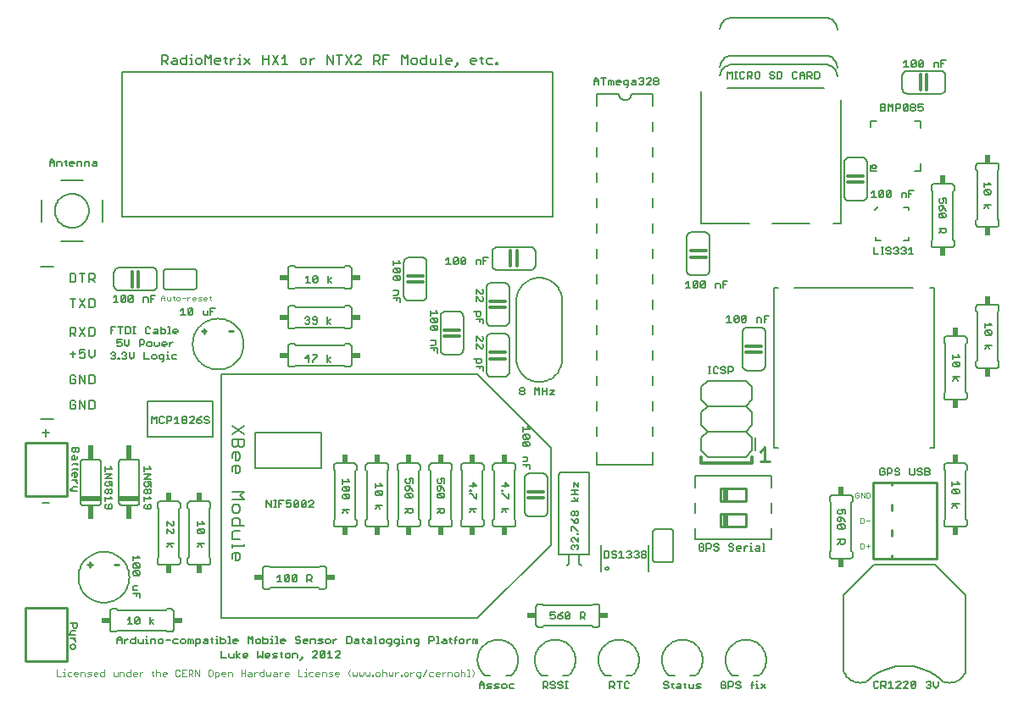
<source format=gto>
G75*
G70*
%OFA0B0*%
%FSLAX24Y24*%
%IPPOS*%
%LPD*%
%AMOC8*
5,1,8,0,0,1.08239X$1,22.5*
%
%ADD10C,0.0050*%
%ADD11C,0.0040*%
%ADD12C,0.0060*%
%ADD13C,0.0120*%
%ADD14C,0.0110*%
%ADD15C,0.0080*%
%ADD16C,0.0100*%
%ADD17R,0.0800X0.0200*%
%ADD18R,0.0200X0.0550*%
%ADD19R,0.0240X0.0340*%
%ADD20R,0.0340X0.0240*%
%ADD21C,0.0070*%
D10*
X002428Y002118D02*
X002383Y002164D01*
X002383Y002254D01*
X002428Y002299D01*
X002518Y002299D01*
X002564Y002254D01*
X002564Y002164D01*
X002518Y002118D01*
X002428Y002118D01*
X002564Y002409D02*
X002564Y002454D01*
X002473Y002544D01*
X002383Y002544D02*
X002564Y002544D01*
X002564Y002659D02*
X002338Y002659D01*
X002293Y002704D01*
X002293Y002749D01*
X002383Y002794D02*
X002383Y002659D01*
X002383Y002794D02*
X002428Y002839D01*
X002564Y002839D01*
X002609Y002953D02*
X002518Y002953D01*
X002473Y002998D01*
X002473Y003133D01*
X002383Y003133D02*
X002654Y003133D01*
X002654Y002998D01*
X002609Y002953D01*
X004208Y002514D02*
X004208Y002333D01*
X004208Y002468D02*
X004389Y002468D01*
X004389Y002514D02*
X004389Y002333D01*
X004503Y002333D02*
X004503Y002514D01*
X004593Y002514D02*
X004638Y002514D01*
X004593Y002514D02*
X004503Y002423D01*
X004389Y002514D02*
X004298Y002604D01*
X004208Y002514D01*
X004749Y002468D02*
X004749Y002378D01*
X004794Y002333D01*
X004929Y002333D01*
X004929Y002604D01*
X004929Y002514D02*
X004794Y002514D01*
X004749Y002468D01*
X005043Y002514D02*
X005043Y002378D01*
X005088Y002333D01*
X005223Y002333D01*
X005223Y002514D01*
X005338Y002514D02*
X005383Y002514D01*
X005383Y002333D01*
X005338Y002333D02*
X005428Y002333D01*
X005534Y002333D02*
X005534Y002514D01*
X005669Y002514D01*
X005714Y002468D01*
X005714Y002333D01*
X005829Y002378D02*
X005874Y002333D01*
X005964Y002333D01*
X006009Y002378D01*
X006009Y002468D01*
X005964Y002514D01*
X005874Y002514D01*
X005829Y002468D01*
X005829Y002378D01*
X006124Y002468D02*
X006304Y002468D01*
X006418Y002468D02*
X006418Y002378D01*
X006463Y002333D01*
X006598Y002333D01*
X006713Y002378D02*
X006758Y002333D01*
X006848Y002333D01*
X006893Y002378D01*
X006893Y002468D01*
X006848Y002514D01*
X006758Y002514D01*
X006713Y002468D01*
X006713Y002378D01*
X006598Y002514D02*
X006463Y002514D01*
X006418Y002468D01*
X007007Y002514D02*
X007007Y002333D01*
X007098Y002333D02*
X007098Y002468D01*
X007143Y002514D01*
X007188Y002468D01*
X007188Y002333D01*
X007302Y002333D02*
X007437Y002333D01*
X007482Y002378D01*
X007482Y002468D01*
X007437Y002514D01*
X007302Y002514D01*
X007302Y002243D01*
X007098Y002468D02*
X007052Y002514D01*
X007007Y002514D01*
X007597Y002378D02*
X007642Y002423D01*
X007777Y002423D01*
X007777Y002468D02*
X007777Y002333D01*
X007642Y002333D01*
X007597Y002378D01*
X007642Y002514D02*
X007732Y002514D01*
X007777Y002468D01*
X007891Y002514D02*
X007981Y002514D01*
X007936Y002559D02*
X007936Y002378D01*
X007981Y002333D01*
X008088Y002333D02*
X008178Y002333D01*
X008133Y002333D02*
X008133Y002514D01*
X008088Y002514D01*
X008133Y002604D02*
X008133Y002649D01*
X008284Y002604D02*
X008284Y002333D01*
X008419Y002333D01*
X008464Y002378D01*
X008464Y002468D01*
X008419Y002514D01*
X008284Y002514D01*
X008579Y002604D02*
X008624Y002604D01*
X008624Y002333D01*
X008579Y002333D02*
X008669Y002333D01*
X008775Y002378D02*
X008775Y002468D01*
X008820Y002514D01*
X008910Y002514D01*
X008955Y002468D01*
X008955Y002423D01*
X008775Y002423D01*
X008775Y002378D02*
X008820Y002333D01*
X008910Y002333D01*
X008909Y002034D02*
X008909Y001763D01*
X008909Y001853D02*
X009044Y001943D01*
X009155Y001898D02*
X009200Y001943D01*
X009290Y001943D01*
X009335Y001898D01*
X009335Y001853D01*
X009155Y001853D01*
X009155Y001808D02*
X009155Y001898D01*
X009155Y001808D02*
X009200Y001763D01*
X009290Y001763D01*
X009044Y001763D02*
X008909Y001853D01*
X008795Y001763D02*
X008795Y001943D01*
X008795Y001763D02*
X008660Y001763D01*
X008615Y001808D01*
X008615Y001943D01*
X008500Y001763D02*
X008320Y001763D01*
X008320Y002034D01*
X009365Y002333D02*
X009365Y002604D01*
X009455Y002514D01*
X009545Y002604D01*
X009545Y002333D01*
X009659Y002378D02*
X009659Y002468D01*
X009704Y002514D01*
X009794Y002514D01*
X009839Y002468D01*
X009839Y002378D01*
X009794Y002333D01*
X009704Y002333D01*
X009659Y002378D01*
X009954Y002333D02*
X010089Y002333D01*
X010134Y002378D01*
X010134Y002468D01*
X010089Y002514D01*
X009954Y002514D01*
X009954Y002604D02*
X009954Y002333D01*
X010249Y002333D02*
X010339Y002333D01*
X010294Y002333D02*
X010294Y002514D01*
X010249Y002514D01*
X010294Y002604D02*
X010294Y002649D01*
X010445Y002604D02*
X010490Y002604D01*
X010490Y002333D01*
X010445Y002333D02*
X010535Y002333D01*
X010641Y002378D02*
X010641Y002468D01*
X010686Y002514D01*
X010776Y002514D01*
X010821Y002468D01*
X010821Y002423D01*
X010641Y002423D01*
X010641Y002378D02*
X010686Y002333D01*
X010776Y002333D01*
X010673Y001989D02*
X010673Y001808D01*
X010718Y001763D01*
X010824Y001808D02*
X010824Y001898D01*
X010869Y001943D01*
X010959Y001943D01*
X011004Y001898D01*
X011004Y001808D01*
X010959Y001763D01*
X010869Y001763D01*
X010824Y001808D01*
X010718Y001943D02*
X010628Y001943D01*
X010513Y001943D02*
X010378Y001943D01*
X010333Y001898D01*
X010378Y001853D01*
X010468Y001853D01*
X010513Y001808D01*
X010468Y001763D01*
X010333Y001763D01*
X010219Y001853D02*
X010039Y001853D01*
X010039Y001808D02*
X010039Y001898D01*
X010084Y001943D01*
X010174Y001943D01*
X010219Y001898D01*
X010219Y001853D01*
X010174Y001763D02*
X010084Y001763D01*
X010039Y001808D01*
X009924Y001763D02*
X009924Y002034D01*
X009744Y002034D02*
X009744Y001763D01*
X009834Y001853D01*
X009924Y001763D01*
X011119Y001763D02*
X011119Y001943D01*
X011254Y001943D01*
X011299Y001898D01*
X011299Y001763D01*
X011414Y001673D02*
X011504Y001763D01*
X011459Y001763D01*
X011459Y001808D01*
X011504Y001808D01*
X011504Y001763D01*
X011905Y001763D02*
X012085Y001943D01*
X012085Y001989D01*
X012040Y002034D01*
X011950Y002034D01*
X011905Y001989D01*
X011905Y001763D02*
X012085Y001763D01*
X012199Y001808D02*
X012379Y001989D01*
X012379Y001808D01*
X012334Y001763D01*
X012244Y001763D01*
X012199Y001808D01*
X012199Y001989D01*
X012244Y002034D01*
X012334Y002034D01*
X012379Y001989D01*
X012494Y001943D02*
X012584Y002034D01*
X012584Y001763D01*
X012494Y001763D02*
X012674Y001763D01*
X012789Y001763D02*
X012969Y001943D01*
X012969Y001989D01*
X012924Y002034D01*
X012834Y002034D01*
X012789Y001989D01*
X012789Y001763D02*
X012969Y001763D01*
X012704Y002333D02*
X012704Y002514D01*
X012794Y002514D02*
X012704Y002423D01*
X012589Y002378D02*
X012589Y002468D01*
X012544Y002514D01*
X012454Y002514D01*
X012409Y002468D01*
X012409Y002378D01*
X012454Y002333D01*
X012544Y002333D01*
X012589Y002378D01*
X012794Y002514D02*
X012839Y002514D01*
X013244Y002604D02*
X013244Y002333D01*
X013379Y002333D01*
X013424Y002378D01*
X013424Y002559D01*
X013379Y002604D01*
X013244Y002604D01*
X013584Y002514D02*
X013674Y002514D01*
X013719Y002468D01*
X013719Y002333D01*
X013584Y002333D01*
X013539Y002378D01*
X013584Y002423D01*
X013719Y002423D01*
X013833Y002514D02*
X013923Y002514D01*
X013878Y002559D02*
X013878Y002378D01*
X013923Y002333D01*
X014030Y002378D02*
X014075Y002423D01*
X014210Y002423D01*
X014210Y002468D02*
X014210Y002333D01*
X014075Y002333D01*
X014030Y002378D01*
X014075Y002514D02*
X014165Y002514D01*
X014210Y002468D01*
X014324Y002333D02*
X014414Y002333D01*
X014369Y002333D02*
X014369Y002604D01*
X014324Y002604D01*
X014521Y002468D02*
X014521Y002378D01*
X014566Y002333D01*
X014656Y002333D01*
X014701Y002378D01*
X014701Y002468D01*
X014656Y002514D01*
X014566Y002514D01*
X014521Y002468D01*
X014815Y002468D02*
X014815Y002378D01*
X014860Y002333D01*
X014996Y002333D01*
X014996Y002288D02*
X014996Y002514D01*
X014860Y002514D01*
X014815Y002468D01*
X014906Y002243D02*
X014951Y002243D01*
X014996Y002288D01*
X015110Y002378D02*
X015155Y002333D01*
X015290Y002333D01*
X015290Y002288D02*
X015290Y002514D01*
X015155Y002514D01*
X015110Y002468D01*
X015110Y002378D01*
X015200Y002243D02*
X015245Y002243D01*
X015290Y002288D01*
X015405Y002333D02*
X015495Y002333D01*
X015450Y002333D02*
X015450Y002514D01*
X015405Y002514D01*
X015450Y002604D02*
X015450Y002649D01*
X015601Y002514D02*
X015601Y002333D01*
X015781Y002333D02*
X015781Y002468D01*
X015736Y002514D01*
X015601Y002514D01*
X015896Y002468D02*
X015896Y002378D01*
X015941Y002333D01*
X016076Y002333D01*
X016076Y002288D02*
X016076Y002514D01*
X015941Y002514D01*
X015896Y002468D01*
X015986Y002243D02*
X016031Y002243D01*
X016076Y002288D01*
X016485Y002333D02*
X016485Y002604D01*
X016620Y002604D01*
X016665Y002559D01*
X016665Y002468D01*
X016620Y002423D01*
X016485Y002423D01*
X016780Y002333D02*
X016870Y002333D01*
X016825Y002333D02*
X016825Y002604D01*
X016780Y002604D01*
X017021Y002514D02*
X017111Y002514D01*
X017156Y002468D01*
X017156Y002333D01*
X017021Y002333D01*
X016976Y002378D01*
X017021Y002423D01*
X017156Y002423D01*
X017271Y002514D02*
X017361Y002514D01*
X017316Y002559D02*
X017316Y002378D01*
X017361Y002333D01*
X017512Y002333D02*
X017512Y002559D01*
X017557Y002604D01*
X017557Y002468D02*
X017467Y002468D01*
X017664Y002468D02*
X017664Y002378D01*
X017709Y002333D01*
X017799Y002333D01*
X017844Y002378D01*
X017844Y002468D01*
X017799Y002514D01*
X017709Y002514D01*
X017664Y002468D01*
X017958Y002423D02*
X018048Y002514D01*
X018093Y002514D01*
X018204Y002514D02*
X018249Y002514D01*
X018294Y002468D01*
X018339Y002514D01*
X018384Y002468D01*
X018384Y002333D01*
X018294Y002333D02*
X018294Y002468D01*
X018204Y002514D02*
X018204Y002333D01*
X017958Y002333D02*
X017958Y002514D01*
X018764Y002364D02*
X018812Y002392D01*
X018861Y002416D01*
X018913Y002436D01*
X018965Y002453D01*
X019019Y002466D01*
X019073Y002475D01*
X019128Y002481D01*
X019183Y002483D01*
X018786Y002378D02*
X018738Y002348D01*
X018693Y002315D01*
X018650Y002279D01*
X018609Y002241D01*
X018572Y002199D01*
X018537Y002155D01*
X018506Y002109D01*
X018477Y002060D01*
X018453Y002010D01*
X018432Y001958D01*
X018414Y001904D01*
X018401Y001850D01*
X018391Y001795D01*
X018385Y001739D01*
X018383Y001683D01*
X019183Y002483D02*
X019239Y002481D01*
X019296Y002475D01*
X019351Y002465D01*
X019406Y002451D01*
X019459Y002434D01*
X019512Y002412D01*
X019562Y002387D01*
X018383Y001683D02*
X018385Y001630D01*
X018390Y001576D01*
X018399Y001524D01*
X018411Y001472D01*
X018427Y001421D01*
X018446Y001371D01*
X018469Y001322D01*
X018495Y001275D01*
X018523Y001230D01*
X018555Y001187D01*
X018589Y001147D01*
X018627Y001108D01*
X018666Y001072D01*
X018683Y001063D02*
X018871Y001063D01*
X018933Y000739D02*
X018798Y000739D01*
X018753Y000693D01*
X018798Y000648D01*
X018888Y000648D01*
X018933Y000603D01*
X018888Y000558D01*
X018753Y000558D01*
X018639Y000558D02*
X018639Y000739D01*
X018548Y000829D01*
X018458Y000739D01*
X018458Y000558D01*
X018458Y000693D02*
X018639Y000693D01*
X019048Y000693D02*
X019093Y000739D01*
X019228Y000739D01*
X019183Y000648D02*
X019093Y000648D01*
X019048Y000693D01*
X019048Y000558D02*
X019183Y000558D01*
X019228Y000603D01*
X019183Y000648D01*
X019342Y000603D02*
X019387Y000558D01*
X019477Y000558D01*
X019522Y000603D01*
X019522Y000693D01*
X019477Y000739D01*
X019387Y000739D01*
X019342Y000693D01*
X019342Y000603D01*
X019637Y000603D02*
X019682Y000558D01*
X019817Y000558D01*
X019817Y000739D02*
X019682Y000739D01*
X019637Y000693D01*
X019637Y000603D01*
X019683Y001063D02*
X019496Y001063D01*
X019983Y001683D02*
X019981Y001737D01*
X019976Y001791D01*
X019967Y001844D01*
X019954Y001897D01*
X019938Y001948D01*
X019918Y001998D01*
X019895Y002047D01*
X019869Y002095D01*
X019840Y002140D01*
X019807Y002183D01*
X019772Y002224D01*
X019734Y002263D01*
X019694Y002299D01*
X019651Y002332D01*
X019606Y002362D01*
X019559Y002389D01*
X019983Y001683D02*
X019981Y001629D01*
X019976Y001576D01*
X019967Y001522D01*
X019954Y001470D01*
X019938Y001419D01*
X019918Y001368D01*
X019896Y001319D01*
X019870Y001272D01*
X019840Y001227D01*
X019808Y001184D01*
X019773Y001143D01*
X019735Y001104D01*
X019695Y001068D01*
X020933Y001063D02*
X021121Y001063D01*
X021093Y000829D02*
X021139Y000784D01*
X021139Y000694D01*
X021093Y000648D01*
X020958Y000648D01*
X020958Y000558D02*
X020958Y000829D01*
X021093Y000829D01*
X021253Y000784D02*
X021253Y000739D01*
X021298Y000694D01*
X021388Y000694D01*
X021433Y000648D01*
X021433Y000603D01*
X021388Y000558D01*
X021298Y000558D01*
X021253Y000603D01*
X021139Y000558D02*
X021048Y000648D01*
X021253Y000784D02*
X021298Y000829D01*
X021388Y000829D01*
X021433Y000784D01*
X021548Y000784D02*
X021593Y000829D01*
X021683Y000829D01*
X021728Y000784D01*
X021683Y000694D02*
X021728Y000648D01*
X021728Y000603D01*
X021683Y000558D01*
X021593Y000558D01*
X021548Y000603D01*
X021593Y000694D02*
X021683Y000694D01*
X021593Y000694D02*
X021548Y000739D01*
X021548Y000784D01*
X021842Y000829D02*
X021932Y000829D01*
X021887Y000829D02*
X021887Y000558D01*
X021842Y000558D02*
X021932Y000558D01*
X021933Y001063D02*
X021746Y001063D01*
X021812Y002387D02*
X021762Y002412D01*
X021709Y002434D01*
X021656Y002451D01*
X021601Y002465D01*
X021546Y002475D01*
X021489Y002481D01*
X021433Y002483D01*
X021036Y002378D02*
X020988Y002348D01*
X020943Y002315D01*
X020900Y002279D01*
X020859Y002241D01*
X020822Y002199D01*
X020787Y002155D01*
X020756Y002109D01*
X020727Y002060D01*
X020703Y002010D01*
X020682Y001958D01*
X020664Y001904D01*
X020651Y001850D01*
X020641Y001795D01*
X020635Y001739D01*
X020633Y001683D01*
X021014Y002364D02*
X021062Y002392D01*
X021111Y002416D01*
X021163Y002436D01*
X021215Y002453D01*
X021269Y002466D01*
X021323Y002475D01*
X021378Y002481D01*
X021433Y002483D01*
X020633Y001683D02*
X020635Y001630D01*
X020640Y001576D01*
X020649Y001524D01*
X020661Y001472D01*
X020677Y001421D01*
X020696Y001371D01*
X020719Y001322D01*
X020745Y001275D01*
X020773Y001230D01*
X020805Y001187D01*
X020839Y001147D01*
X020877Y001108D01*
X020916Y001072D01*
X022233Y001683D02*
X022231Y001737D01*
X022226Y001791D01*
X022217Y001844D01*
X022204Y001897D01*
X022188Y001948D01*
X022168Y001998D01*
X022145Y002047D01*
X022119Y002095D01*
X022090Y002140D01*
X022057Y002183D01*
X022022Y002224D01*
X021984Y002263D01*
X021944Y002299D01*
X021901Y002332D01*
X021856Y002362D01*
X021809Y002389D01*
X022233Y001683D02*
X022231Y001629D01*
X022226Y001576D01*
X022217Y001522D01*
X022204Y001470D01*
X022188Y001419D01*
X022168Y001368D01*
X022146Y001319D01*
X022120Y001272D01*
X022090Y001227D01*
X022058Y001184D01*
X022023Y001143D01*
X021985Y001104D01*
X021945Y001068D01*
X023433Y001063D02*
X023621Y001063D01*
X023583Y000829D02*
X023718Y000829D01*
X023764Y000784D01*
X023764Y000693D01*
X023718Y000648D01*
X023583Y000648D01*
X023583Y000558D02*
X023583Y000829D01*
X023673Y000648D02*
X023764Y000558D01*
X023968Y000558D02*
X023968Y000829D01*
X023878Y000829D02*
X024058Y000829D01*
X024173Y000784D02*
X024218Y000829D01*
X024308Y000829D01*
X024353Y000784D01*
X024173Y000784D02*
X024173Y000603D01*
X024218Y000558D01*
X024308Y000558D01*
X024353Y000603D01*
X024433Y001063D02*
X024246Y001063D01*
X024733Y001683D02*
X024731Y001737D01*
X024726Y001791D01*
X024717Y001844D01*
X024704Y001897D01*
X024688Y001948D01*
X024668Y001998D01*
X024645Y002047D01*
X024619Y002095D01*
X024590Y002140D01*
X024557Y002183D01*
X024522Y002224D01*
X024484Y002263D01*
X024444Y002299D01*
X024401Y002332D01*
X024356Y002362D01*
X024309Y002389D01*
X023536Y002378D02*
X023488Y002348D01*
X023443Y002315D01*
X023400Y002279D01*
X023359Y002241D01*
X023322Y002199D01*
X023287Y002155D01*
X023256Y002109D01*
X023227Y002060D01*
X023203Y002010D01*
X023182Y001958D01*
X023164Y001904D01*
X023151Y001850D01*
X023141Y001795D01*
X023135Y001739D01*
X023133Y001683D01*
X023514Y002364D02*
X023562Y002392D01*
X023611Y002416D01*
X023663Y002436D01*
X023715Y002453D01*
X023769Y002466D01*
X023823Y002475D01*
X023878Y002481D01*
X023933Y002483D01*
X023989Y002481D01*
X024046Y002475D01*
X024101Y002465D01*
X024156Y002451D01*
X024209Y002434D01*
X024262Y002412D01*
X024312Y002387D01*
X023133Y001683D02*
X023135Y001630D01*
X023140Y001576D01*
X023149Y001524D01*
X023161Y001472D01*
X023177Y001421D01*
X023196Y001371D01*
X023219Y001322D01*
X023245Y001275D01*
X023273Y001230D01*
X023305Y001187D01*
X023339Y001147D01*
X023377Y001108D01*
X023416Y001072D01*
X024445Y001068D02*
X024485Y001104D01*
X024523Y001143D01*
X024558Y001184D01*
X024590Y001227D01*
X024620Y001272D01*
X024646Y001319D01*
X024668Y001368D01*
X024688Y001419D01*
X024704Y001470D01*
X024717Y001522D01*
X024726Y001576D01*
X024731Y001629D01*
X024733Y001683D01*
X025708Y000784D02*
X025753Y000829D01*
X025843Y000829D01*
X025889Y000784D01*
X025843Y000693D02*
X025889Y000648D01*
X025889Y000603D01*
X025843Y000558D01*
X025753Y000558D01*
X025708Y000603D01*
X025753Y000693D02*
X025843Y000693D01*
X025753Y000693D02*
X025708Y000739D01*
X025708Y000784D01*
X026003Y000739D02*
X026093Y000739D01*
X026048Y000784D02*
X026048Y000603D01*
X026093Y000558D01*
X026199Y000603D02*
X026244Y000648D01*
X026380Y000648D01*
X026380Y000693D02*
X026380Y000558D01*
X026244Y000558D01*
X026199Y000603D01*
X026244Y000739D02*
X026335Y000739D01*
X026380Y000693D01*
X026494Y000739D02*
X026584Y000739D01*
X026539Y000784D02*
X026539Y000603D01*
X026584Y000558D01*
X026691Y000603D02*
X026736Y000558D01*
X026871Y000558D01*
X026871Y000739D01*
X026985Y000693D02*
X027030Y000739D01*
X027165Y000739D01*
X027120Y000648D02*
X027030Y000648D01*
X026985Y000693D01*
X026985Y000558D02*
X027120Y000558D01*
X027165Y000603D01*
X027120Y000648D01*
X026933Y001063D02*
X026746Y001063D01*
X026691Y000739D02*
X026691Y000603D01*
X026121Y001063D02*
X025933Y001063D01*
X026014Y002364D02*
X026062Y002392D01*
X026111Y002416D01*
X026163Y002436D01*
X026215Y002453D01*
X026269Y002466D01*
X026323Y002475D01*
X026378Y002481D01*
X026433Y002483D01*
X026036Y002378D02*
X025988Y002348D01*
X025943Y002315D01*
X025900Y002279D01*
X025859Y002241D01*
X025822Y002199D01*
X025787Y002155D01*
X025756Y002109D01*
X025727Y002060D01*
X025703Y002010D01*
X025682Y001958D01*
X025664Y001904D01*
X025651Y001850D01*
X025641Y001795D01*
X025635Y001739D01*
X025633Y001683D01*
X026433Y002483D02*
X026489Y002481D01*
X026546Y002475D01*
X026601Y002465D01*
X026656Y002451D01*
X026709Y002434D01*
X026762Y002412D01*
X026812Y002387D01*
X025633Y001683D02*
X025635Y001630D01*
X025640Y001576D01*
X025649Y001524D01*
X025661Y001472D01*
X025677Y001421D01*
X025696Y001371D01*
X025719Y001322D01*
X025745Y001275D01*
X025773Y001230D01*
X025805Y001187D01*
X025839Y001147D01*
X025877Y001108D01*
X025916Y001072D01*
X027233Y001683D02*
X027231Y001737D01*
X027226Y001791D01*
X027217Y001844D01*
X027204Y001897D01*
X027188Y001948D01*
X027168Y001998D01*
X027145Y002047D01*
X027119Y002095D01*
X027090Y002140D01*
X027057Y002183D01*
X027022Y002224D01*
X026984Y002263D01*
X026944Y002299D01*
X026901Y002332D01*
X026856Y002362D01*
X026809Y002389D01*
X027233Y001683D02*
X027231Y001629D01*
X027226Y001576D01*
X027217Y001522D01*
X027204Y001470D01*
X027188Y001419D01*
X027168Y001368D01*
X027146Y001319D01*
X027120Y001272D01*
X027090Y001227D01*
X027058Y001184D01*
X027023Y001143D01*
X026985Y001104D01*
X026945Y001068D01*
X027958Y000784D02*
X027958Y000603D01*
X028003Y000558D01*
X028093Y000558D01*
X028139Y000603D01*
X028139Y000693D01*
X028048Y000693D01*
X027958Y000784D02*
X028003Y000829D01*
X028093Y000829D01*
X028139Y000784D01*
X028253Y000829D02*
X028253Y000558D01*
X028253Y000648D02*
X028388Y000648D01*
X028433Y000693D01*
X028433Y000784D01*
X028388Y000829D01*
X028253Y000829D01*
X028433Y001063D02*
X028621Y001063D01*
X028593Y000829D02*
X028548Y000784D01*
X028548Y000739D01*
X028593Y000693D01*
X028683Y000693D01*
X028728Y000648D01*
X028728Y000603D01*
X028683Y000558D01*
X028593Y000558D01*
X028548Y000603D01*
X028593Y000829D02*
X028683Y000829D01*
X028728Y000784D01*
X029137Y000693D02*
X029227Y000693D01*
X029182Y000784D02*
X029227Y000829D01*
X029182Y000784D02*
X029182Y000558D01*
X029333Y000558D02*
X029423Y000558D01*
X029378Y000558D02*
X029378Y000739D01*
X029333Y000739D01*
X029378Y000829D02*
X029378Y000874D01*
X029433Y001063D02*
X029246Y001063D01*
X029530Y000739D02*
X029710Y000558D01*
X029530Y000558D02*
X029710Y000739D01*
X029733Y001683D02*
X029731Y001737D01*
X029726Y001791D01*
X029717Y001844D01*
X029704Y001897D01*
X029688Y001948D01*
X029668Y001998D01*
X029645Y002047D01*
X029619Y002095D01*
X029590Y002140D01*
X029557Y002183D01*
X029522Y002224D01*
X029484Y002263D01*
X029444Y002299D01*
X029401Y002332D01*
X029356Y002362D01*
X029309Y002389D01*
X028536Y002378D02*
X028488Y002348D01*
X028443Y002315D01*
X028400Y002279D01*
X028359Y002241D01*
X028322Y002199D01*
X028287Y002155D01*
X028256Y002109D01*
X028227Y002060D01*
X028203Y002010D01*
X028182Y001958D01*
X028164Y001904D01*
X028151Y001850D01*
X028141Y001795D01*
X028135Y001739D01*
X028133Y001683D01*
X028514Y002364D02*
X028562Y002392D01*
X028611Y002416D01*
X028663Y002436D01*
X028715Y002453D01*
X028769Y002466D01*
X028823Y002475D01*
X028878Y002481D01*
X028933Y002483D01*
X028989Y002481D01*
X029046Y002475D01*
X029101Y002465D01*
X029156Y002451D01*
X029209Y002434D01*
X029262Y002412D01*
X029312Y002387D01*
X028133Y001683D02*
X028135Y001630D01*
X028140Y001576D01*
X028149Y001524D01*
X028161Y001472D01*
X028177Y001421D01*
X028196Y001371D01*
X028219Y001322D01*
X028245Y001275D01*
X028273Y001230D01*
X028305Y001187D01*
X028339Y001147D01*
X028377Y001108D01*
X028416Y001072D01*
X029445Y001068D02*
X029485Y001104D01*
X029523Y001143D01*
X029558Y001184D01*
X029590Y001227D01*
X029620Y001272D01*
X029646Y001319D01*
X029668Y001368D01*
X029688Y001419D01*
X029704Y001470D01*
X029717Y001522D01*
X029726Y001576D01*
X029731Y001629D01*
X029733Y001683D01*
X032783Y001233D02*
X032783Y004233D01*
X033983Y005433D01*
X036383Y005433D01*
X037583Y004233D01*
X037583Y001233D01*
X037562Y001185D01*
X037538Y001139D01*
X037511Y001095D01*
X037480Y001053D01*
X037446Y001013D01*
X037410Y000976D01*
X037371Y000942D01*
X037329Y000911D01*
X037285Y000883D01*
X037239Y000858D01*
X037192Y000837D01*
X037143Y000819D01*
X037093Y000806D01*
X037041Y000795D01*
X036990Y000789D01*
X036938Y000787D01*
X036886Y000789D01*
X036834Y000794D01*
X036783Y000803D01*
X036732Y000817D01*
X036683Y000833D01*
X036496Y000854D02*
X036496Y000673D01*
X036406Y000583D01*
X036316Y000673D01*
X036316Y000854D01*
X036201Y000809D02*
X036201Y000764D01*
X036156Y000718D01*
X036201Y000673D01*
X036201Y000628D01*
X036156Y000583D01*
X036066Y000583D01*
X036021Y000628D01*
X036111Y000718D02*
X036156Y000718D01*
X036201Y000809D02*
X036156Y000854D01*
X036066Y000854D01*
X036021Y000809D01*
X035612Y000809D02*
X035567Y000854D01*
X035477Y000854D01*
X035432Y000809D01*
X035432Y000628D01*
X035612Y000809D01*
X035612Y000628D01*
X035567Y000583D01*
X035477Y000583D01*
X035432Y000628D01*
X035317Y000583D02*
X035137Y000583D01*
X035317Y000764D01*
X035317Y000809D01*
X035272Y000854D01*
X035182Y000854D01*
X035137Y000809D01*
X035022Y000809D02*
X034977Y000854D01*
X034887Y000854D01*
X034842Y000809D01*
X035022Y000809D02*
X035022Y000764D01*
X034842Y000583D01*
X035022Y000583D01*
X034728Y000583D02*
X034548Y000583D01*
X034638Y000583D02*
X034638Y000854D01*
X034548Y000764D01*
X034433Y000809D02*
X034433Y000718D01*
X034388Y000673D01*
X034253Y000673D01*
X034253Y000583D02*
X034253Y000854D01*
X034388Y000854D01*
X034433Y000809D01*
X034343Y000673D02*
X034433Y000583D01*
X034139Y000628D02*
X034093Y000583D01*
X034003Y000583D01*
X033958Y000628D01*
X033958Y000809D01*
X034003Y000854D01*
X034093Y000854D01*
X034139Y000809D01*
X033683Y000833D02*
X033634Y000817D01*
X033583Y000803D01*
X033532Y000794D01*
X033480Y000789D01*
X033428Y000787D01*
X033376Y000789D01*
X033325Y000795D01*
X033273Y000806D01*
X033223Y000819D01*
X033174Y000837D01*
X033127Y000858D01*
X033081Y000883D01*
X033037Y000911D01*
X032995Y000942D01*
X032956Y000976D01*
X032920Y001013D01*
X032886Y001053D01*
X032855Y001095D01*
X032828Y001139D01*
X032804Y001185D01*
X032783Y001233D01*
X033683Y000833D02*
X033756Y000902D01*
X033833Y000969D01*
X033912Y001031D01*
X033994Y001090D01*
X034079Y001144D01*
X034167Y001195D01*
X034256Y001241D01*
X034348Y001283D01*
X034442Y001320D01*
X034537Y001353D01*
X034634Y001382D01*
X034732Y001406D01*
X034831Y001425D01*
X034931Y001439D01*
X035032Y001449D01*
X035133Y001453D01*
X035233Y001453D01*
X035334Y001449D01*
X035435Y001439D01*
X035535Y001425D01*
X035634Y001406D01*
X035732Y001382D01*
X035829Y001353D01*
X035924Y001320D01*
X036018Y001283D01*
X036110Y001241D01*
X036199Y001195D01*
X036287Y001144D01*
X036372Y001090D01*
X036454Y001031D01*
X036533Y000969D01*
X036610Y000902D01*
X036683Y000833D01*
X029686Y005987D02*
X029596Y005987D01*
X029641Y005987D02*
X029641Y006257D01*
X029596Y006257D01*
X029481Y006122D02*
X029481Y005987D01*
X029346Y005987D01*
X029301Y006032D01*
X029346Y006077D01*
X029481Y006077D01*
X029481Y006122D02*
X029436Y006167D01*
X029346Y006167D01*
X029150Y006167D02*
X029150Y005987D01*
X029105Y005987D02*
X029195Y005987D01*
X029150Y006167D02*
X029105Y006167D01*
X029150Y006257D02*
X029150Y006302D01*
X028994Y006167D02*
X028949Y006167D01*
X028859Y006077D01*
X028859Y005987D02*
X028859Y006167D01*
X028745Y006122D02*
X028745Y006077D01*
X028564Y006077D01*
X028564Y006032D02*
X028564Y006122D01*
X028609Y006167D01*
X028700Y006167D01*
X028745Y006122D01*
X028700Y005987D02*
X028609Y005987D01*
X028564Y006032D01*
X028450Y006032D02*
X028405Y005987D01*
X028315Y005987D01*
X028270Y006032D01*
X028315Y006122D02*
X028270Y006167D01*
X028270Y006212D01*
X028315Y006257D01*
X028405Y006257D01*
X028450Y006212D01*
X028405Y006122D02*
X028450Y006077D01*
X028450Y006032D01*
X028405Y006122D02*
X028315Y006122D01*
X027861Y006077D02*
X027861Y006032D01*
X027816Y005987D01*
X027726Y005987D01*
X027681Y006032D01*
X027726Y006122D02*
X027816Y006122D01*
X027861Y006077D01*
X027861Y006212D02*
X027816Y006257D01*
X027726Y006257D01*
X027681Y006212D01*
X027681Y006167D01*
X027726Y006122D01*
X027566Y006122D02*
X027521Y006077D01*
X027386Y006077D01*
X027386Y005987D02*
X027386Y006257D01*
X027521Y006257D01*
X027566Y006212D01*
X027566Y006122D01*
X027271Y006122D02*
X027181Y006122D01*
X027271Y006122D02*
X027271Y006032D01*
X027226Y005987D01*
X027136Y005987D01*
X027091Y006032D01*
X027091Y006212D01*
X027136Y006257D01*
X027226Y006257D01*
X027271Y006212D01*
X025018Y005934D02*
X025018Y005889D01*
X024973Y005843D01*
X024883Y005843D01*
X024838Y005889D01*
X024838Y005934D01*
X024883Y005979D01*
X024973Y005979D01*
X025018Y005934D01*
X024973Y005843D02*
X025018Y005798D01*
X025018Y005753D01*
X024973Y005708D01*
X024883Y005708D01*
X024838Y005753D01*
X024838Y005798D01*
X024883Y005843D01*
X024723Y005798D02*
X024723Y005753D01*
X024678Y005708D01*
X024588Y005708D01*
X024543Y005753D01*
X024429Y005753D02*
X024384Y005708D01*
X024294Y005708D01*
X024249Y005753D01*
X024134Y005708D02*
X023954Y005708D01*
X024044Y005708D02*
X024044Y005979D01*
X023954Y005889D01*
X023839Y005934D02*
X023794Y005979D01*
X023704Y005979D01*
X023659Y005934D01*
X023659Y005889D01*
X023704Y005843D01*
X023794Y005843D01*
X023839Y005798D01*
X023839Y005753D01*
X023794Y005708D01*
X023704Y005708D01*
X023659Y005753D01*
X023545Y005753D02*
X023545Y005934D01*
X023500Y005979D01*
X023365Y005979D01*
X023365Y005708D01*
X023500Y005708D01*
X023545Y005753D01*
X024249Y005934D02*
X024294Y005979D01*
X024384Y005979D01*
X024429Y005934D01*
X024429Y005889D01*
X024384Y005843D01*
X024429Y005798D01*
X024429Y005753D01*
X024384Y005843D02*
X024339Y005843D01*
X024543Y005934D02*
X024588Y005979D01*
X024678Y005979D01*
X024723Y005934D01*
X024723Y005889D01*
X024678Y005843D01*
X024723Y005798D01*
X024678Y005843D02*
X024633Y005843D01*
X022783Y005833D02*
X021583Y005833D01*
X022083Y006078D02*
X022083Y006168D01*
X022128Y006213D01*
X022173Y006213D01*
X022218Y006168D01*
X022263Y006213D01*
X022308Y006213D01*
X022353Y006168D01*
X022353Y006078D01*
X022308Y006033D01*
X022218Y006123D02*
X022218Y006168D01*
X022128Y006033D02*
X022083Y006078D01*
X022128Y006328D02*
X022083Y006373D01*
X022083Y006463D01*
X022128Y006508D01*
X022173Y006508D01*
X022353Y006328D01*
X022353Y006508D01*
X022353Y006623D02*
X022308Y006623D01*
X022308Y006668D01*
X022353Y006668D01*
X022353Y006623D01*
X022353Y006770D02*
X022308Y006770D01*
X022128Y006950D01*
X022083Y006950D01*
X022083Y006770D01*
X022218Y007065D02*
X022218Y007200D01*
X022263Y007245D01*
X022308Y007245D01*
X022353Y007200D01*
X022353Y007110D01*
X022308Y007065D01*
X022218Y007065D01*
X022128Y007155D01*
X022083Y007245D01*
X022128Y007359D02*
X022173Y007359D01*
X022218Y007404D01*
X022218Y007494D01*
X022263Y007539D01*
X022308Y007539D01*
X022353Y007494D01*
X022353Y007404D01*
X022308Y007359D01*
X022263Y007359D01*
X022218Y007404D01*
X022218Y007494D02*
X022173Y007539D01*
X022128Y007539D01*
X022083Y007494D01*
X022083Y007404D01*
X022128Y007359D01*
X022083Y007949D02*
X022353Y007949D01*
X022263Y007949D02*
X022353Y008084D01*
X022353Y008194D02*
X022083Y008194D01*
X022218Y008194D02*
X022218Y008374D01*
X022173Y008489D02*
X022173Y008669D01*
X022353Y008489D01*
X022353Y008669D01*
X022353Y008374D02*
X022083Y008374D01*
X022173Y008084D02*
X022263Y007949D01*
X020429Y009205D02*
X020429Y009385D01*
X020158Y009385D01*
X020158Y009500D02*
X020293Y009500D01*
X020339Y009545D01*
X020339Y009680D01*
X020158Y009680D01*
X020293Y009385D02*
X020293Y009295D01*
X020203Y010089D02*
X020158Y010134D01*
X020158Y010224D01*
X020203Y010269D01*
X020384Y010089D01*
X020203Y010089D01*
X020203Y010269D02*
X020384Y010269D01*
X020429Y010224D01*
X020429Y010134D01*
X020384Y010089D01*
X020384Y010384D02*
X020203Y010564D01*
X020158Y010519D01*
X020158Y010429D01*
X020203Y010384D01*
X020384Y010384D01*
X020429Y010429D01*
X020429Y010519D01*
X020384Y010564D01*
X020203Y010564D01*
X020158Y010678D02*
X020158Y010858D01*
X020158Y010768D02*
X020429Y010768D01*
X020339Y010858D01*
X020183Y012138D02*
X020093Y012138D01*
X020048Y012183D01*
X020048Y012228D01*
X020093Y012273D01*
X020183Y012273D01*
X020228Y012228D01*
X020228Y012183D01*
X020183Y012138D01*
X020183Y012273D02*
X020228Y012319D01*
X020228Y012364D01*
X020183Y012409D01*
X020093Y012409D01*
X020048Y012364D01*
X020048Y012319D01*
X020093Y012273D01*
X020637Y012138D02*
X020637Y012409D01*
X020727Y012319D01*
X020817Y012409D01*
X020817Y012138D01*
X020932Y012138D02*
X020932Y012409D01*
X020932Y012273D02*
X021112Y012273D01*
X021226Y012319D02*
X021406Y012319D01*
X021226Y012138D01*
X021406Y012138D01*
X021112Y012138D02*
X021112Y012409D01*
X018611Y013068D02*
X018611Y013248D01*
X018340Y013248D01*
X018385Y013363D02*
X018340Y013408D01*
X018340Y013543D01*
X018250Y013543D02*
X018521Y013543D01*
X018521Y013408D01*
X018475Y013363D01*
X018385Y013363D01*
X018475Y013248D02*
X018475Y013158D01*
X018521Y013952D02*
X018566Y013952D01*
X018611Y013997D01*
X018611Y014087D01*
X018566Y014132D01*
X018566Y014247D02*
X018611Y014292D01*
X018611Y014382D01*
X018566Y014427D01*
X018566Y014247D02*
X018521Y014247D01*
X018340Y014427D01*
X018340Y014247D01*
X018340Y014132D02*
X018521Y013952D01*
X018340Y013952D02*
X018340Y014132D01*
X018604Y014925D02*
X018604Y015105D01*
X018333Y015105D01*
X018378Y015219D02*
X018333Y015264D01*
X018333Y015399D01*
X018243Y015399D02*
X018514Y015399D01*
X018514Y015264D01*
X018468Y015219D01*
X018378Y015219D01*
X018468Y015105D02*
X018468Y015015D01*
X018514Y015809D02*
X018333Y015989D01*
X018333Y015809D01*
X018514Y015809D02*
X018559Y015809D01*
X018604Y015854D01*
X018604Y015944D01*
X018559Y015989D01*
X018559Y016103D02*
X018604Y016148D01*
X018604Y016238D01*
X018559Y016283D01*
X018559Y016103D02*
X018514Y016103D01*
X018333Y016283D01*
X018333Y016103D01*
X016816Y015343D02*
X016546Y015343D01*
X016546Y015433D02*
X016546Y015253D01*
X016591Y015139D02*
X016771Y014959D01*
X016591Y014959D01*
X016546Y015004D01*
X016546Y015094D01*
X016591Y015139D01*
X016771Y015139D01*
X016816Y015094D01*
X016816Y015004D01*
X016771Y014959D01*
X016771Y014844D02*
X016591Y014844D01*
X016771Y014664D01*
X016591Y014664D01*
X016546Y014709D01*
X016546Y014799D01*
X016591Y014844D01*
X016771Y014844D02*
X016816Y014799D01*
X016816Y014709D01*
X016771Y014664D01*
X016726Y014255D02*
X016726Y014120D01*
X016681Y014075D01*
X016546Y014075D01*
X016546Y013960D02*
X016816Y013960D01*
X016816Y013780D01*
X016681Y013870D02*
X016681Y013960D01*
X016726Y014255D02*
X016546Y014255D01*
X016816Y015343D02*
X016726Y015433D01*
X015354Y015755D02*
X015354Y015935D01*
X015083Y015935D01*
X015083Y016050D02*
X015218Y016050D01*
X015264Y016095D01*
X015264Y016230D01*
X015083Y016230D01*
X015218Y015935D02*
X015218Y015845D01*
X015128Y016639D02*
X015083Y016684D01*
X015083Y016774D01*
X015128Y016819D01*
X015309Y016639D01*
X015128Y016639D01*
X015128Y016819D02*
X015309Y016819D01*
X015354Y016774D01*
X015354Y016684D01*
X015309Y016639D01*
X015309Y016934D02*
X015128Y016934D01*
X015083Y016979D01*
X015083Y017069D01*
X015128Y017114D01*
X015309Y016934D01*
X015354Y016979D01*
X015354Y017069D01*
X015309Y017114D01*
X015128Y017114D01*
X015083Y017228D02*
X015083Y017408D01*
X015083Y017318D02*
X015354Y017318D01*
X015264Y017408D01*
X017147Y017441D02*
X017237Y017532D01*
X017237Y017261D01*
X017147Y017261D02*
X017327Y017261D01*
X017441Y017306D02*
X017621Y017487D01*
X017621Y017306D01*
X017576Y017261D01*
X017486Y017261D01*
X017441Y017306D01*
X017441Y017487D01*
X017486Y017532D01*
X017576Y017532D01*
X017621Y017487D01*
X017736Y017487D02*
X017781Y017532D01*
X017871Y017532D01*
X017916Y017487D01*
X017736Y017306D01*
X017781Y017261D01*
X017871Y017261D01*
X017916Y017306D01*
X017916Y017487D01*
X017736Y017487D02*
X017736Y017306D01*
X018325Y017261D02*
X018325Y017441D01*
X018460Y017441D01*
X018505Y017396D01*
X018505Y017261D01*
X018620Y017261D02*
X018620Y017532D01*
X018800Y017532D01*
X018710Y017396D02*
X018620Y017396D01*
X021341Y019121D02*
X021341Y024830D01*
X004412Y024830D01*
X004412Y019121D01*
X021341Y019121D01*
X026565Y016515D02*
X026655Y016606D01*
X026655Y016335D01*
X026565Y016335D02*
X026745Y016335D01*
X026859Y016380D02*
X027039Y016560D01*
X027039Y016380D01*
X026994Y016335D01*
X026904Y016335D01*
X026859Y016380D01*
X026859Y016560D01*
X026904Y016606D01*
X026994Y016606D01*
X027039Y016560D01*
X027154Y016560D02*
X027154Y016380D01*
X027334Y016560D01*
X027334Y016380D01*
X027289Y016335D01*
X027199Y016335D01*
X027154Y016380D01*
X027154Y016560D02*
X027199Y016606D01*
X027289Y016606D01*
X027334Y016560D01*
X027743Y016515D02*
X027878Y016515D01*
X027923Y016470D01*
X027923Y016335D01*
X028038Y016335D02*
X028038Y016606D01*
X028218Y016606D01*
X028128Y016470D02*
X028038Y016470D01*
X027743Y016515D02*
X027743Y016335D01*
X028273Y015254D02*
X028273Y014983D01*
X028183Y014983D02*
X028364Y014983D01*
X028478Y015028D02*
X028658Y015209D01*
X028658Y015028D01*
X028613Y014983D01*
X028523Y014983D01*
X028478Y015028D01*
X028478Y015209D01*
X028523Y015254D01*
X028613Y015254D01*
X028658Y015209D01*
X028773Y015209D02*
X028773Y015028D01*
X028953Y015209D01*
X028953Y015028D01*
X028908Y014983D01*
X028818Y014983D01*
X028773Y015028D01*
X028773Y015209D02*
X028818Y015254D01*
X028908Y015254D01*
X028953Y015209D01*
X029362Y015164D02*
X029497Y015164D01*
X029542Y015119D01*
X029542Y014983D01*
X029657Y014983D02*
X029657Y015254D01*
X029837Y015254D01*
X029747Y015119D02*
X029657Y015119D01*
X029362Y015164D02*
X029362Y014983D01*
X028273Y015254D02*
X028183Y015164D01*
X030034Y016333D02*
X030208Y016333D01*
X030034Y016333D02*
X030034Y010034D01*
X030208Y010034D01*
X032597Y007611D02*
X032552Y007566D01*
X032552Y007476D01*
X032597Y007431D01*
X032687Y007431D01*
X032732Y007476D01*
X032732Y007521D01*
X032687Y007611D01*
X032822Y007611D01*
X032822Y007431D01*
X032687Y007316D02*
X032687Y007181D01*
X032642Y007136D01*
X032597Y007136D01*
X032552Y007181D01*
X032552Y007271D01*
X032597Y007316D01*
X032687Y007316D01*
X032777Y007226D01*
X032822Y007136D01*
X032777Y007022D02*
X032597Y007022D01*
X032777Y006841D01*
X032597Y006841D01*
X032552Y006887D01*
X032552Y006977D01*
X032597Y007022D01*
X032777Y007022D02*
X032822Y006977D01*
X032822Y006887D01*
X032777Y006841D01*
X032822Y006432D02*
X032552Y006432D01*
X032642Y006432D02*
X032642Y006297D01*
X032687Y006252D01*
X032777Y006252D01*
X032822Y006297D01*
X032822Y006432D01*
X032642Y006342D02*
X032552Y006252D01*
X034253Y008958D02*
X034343Y008958D01*
X034389Y009003D01*
X034389Y009093D01*
X034298Y009093D01*
X034208Y009003D02*
X034253Y008958D01*
X034208Y009003D02*
X034208Y009184D01*
X034253Y009229D01*
X034343Y009229D01*
X034389Y009184D01*
X034503Y009229D02*
X034503Y008958D01*
X034503Y009048D02*
X034638Y009048D01*
X034683Y009093D01*
X034683Y009184D01*
X034638Y009229D01*
X034503Y009229D01*
X034798Y009184D02*
X034798Y009139D01*
X034843Y009093D01*
X034933Y009093D01*
X034978Y009048D01*
X034978Y009003D01*
X034933Y008958D01*
X034843Y008958D01*
X034798Y009003D01*
X034798Y009184D02*
X034843Y009229D01*
X034933Y009229D01*
X034978Y009184D01*
X035387Y009229D02*
X035387Y009003D01*
X035432Y008958D01*
X035522Y008958D01*
X035567Y009003D01*
X035567Y009229D01*
X035682Y009184D02*
X035727Y009229D01*
X035817Y009229D01*
X035862Y009184D01*
X035817Y009093D02*
X035862Y009048D01*
X035862Y009003D01*
X035817Y008958D01*
X035727Y008958D01*
X035682Y009003D01*
X035727Y009093D02*
X035817Y009093D01*
X035727Y009093D02*
X035682Y009139D01*
X035682Y009184D01*
X035976Y009229D02*
X036111Y009229D01*
X036156Y009184D01*
X036156Y009139D01*
X036111Y009093D01*
X035976Y009093D01*
X035976Y008958D02*
X036111Y008958D01*
X036156Y009003D01*
X036156Y009048D01*
X036111Y009093D01*
X035976Y008958D02*
X035976Y009229D01*
X037052Y008705D02*
X037052Y008525D01*
X037052Y008615D02*
X037322Y008615D01*
X037232Y008705D01*
X037277Y008410D02*
X037322Y008365D01*
X037322Y008275D01*
X037277Y008230D01*
X037097Y008410D01*
X037052Y008365D01*
X037052Y008275D01*
X037097Y008230D01*
X037277Y008230D01*
X037277Y008410D02*
X037097Y008410D01*
X037142Y007821D02*
X037052Y007686D01*
X037052Y007821D02*
X037322Y007821D01*
X037232Y007686D02*
X037142Y007821D01*
X036333Y010034D02*
X036159Y010034D01*
X036333Y010034D02*
X036333Y016333D01*
X036159Y016333D01*
X035520Y016333D02*
X030846Y016333D01*
X033962Y017662D02*
X034142Y017662D01*
X034256Y017662D02*
X034346Y017662D01*
X034301Y017662D02*
X034301Y017932D01*
X034256Y017932D02*
X034346Y017932D01*
X034453Y017887D02*
X034498Y017932D01*
X034588Y017932D01*
X034633Y017887D01*
X034588Y017797D02*
X034633Y017752D01*
X034633Y017707D01*
X034588Y017662D01*
X034498Y017662D01*
X034453Y017707D01*
X034498Y017797D02*
X034588Y017797D01*
X034498Y017797D02*
X034453Y017842D01*
X034453Y017887D01*
X034747Y017887D02*
X034792Y017932D01*
X034882Y017932D01*
X034927Y017887D01*
X034927Y017842D01*
X034882Y017797D01*
X034927Y017752D01*
X034927Y017707D01*
X034882Y017662D01*
X034792Y017662D01*
X034747Y017707D01*
X034837Y017797D02*
X034882Y017797D01*
X035042Y017887D02*
X035087Y017932D01*
X035177Y017932D01*
X035222Y017887D01*
X035222Y017842D01*
X035177Y017797D01*
X035222Y017752D01*
X035222Y017707D01*
X035177Y017662D01*
X035087Y017662D01*
X035042Y017707D01*
X035132Y017797D02*
X035177Y017797D01*
X035337Y017842D02*
X035427Y017932D01*
X035427Y017662D01*
X035337Y017662D02*
X035517Y017662D01*
X036521Y018502D02*
X036611Y018592D01*
X036611Y018547D02*
X036611Y018682D01*
X036521Y018682D02*
X036791Y018682D01*
X036791Y018547D01*
X036746Y018502D01*
X036656Y018502D01*
X036611Y018547D01*
X036566Y019091D02*
X036521Y019136D01*
X036521Y019227D01*
X036566Y019272D01*
X036746Y019091D01*
X036566Y019091D01*
X036746Y019091D02*
X036791Y019136D01*
X036791Y019227D01*
X036746Y019272D01*
X036566Y019272D01*
X036566Y019386D02*
X036611Y019386D01*
X036656Y019431D01*
X036656Y019566D01*
X036566Y019566D01*
X036521Y019521D01*
X036521Y019431D01*
X036566Y019386D01*
X036746Y019476D02*
X036656Y019566D01*
X036656Y019681D02*
X036566Y019681D01*
X036521Y019726D01*
X036521Y019816D01*
X036566Y019861D01*
X036656Y019861D02*
X036701Y019771D01*
X036701Y019726D01*
X036656Y019681D01*
X036791Y019681D02*
X036791Y019861D01*
X036656Y019861D01*
X036746Y019476D02*
X036791Y019386D01*
X035531Y020168D02*
X035350Y020168D01*
X035350Y019898D01*
X035236Y019898D02*
X035236Y020033D01*
X035191Y020078D01*
X035056Y020078D01*
X035056Y019898D01*
X035350Y020033D02*
X035440Y020033D01*
X034647Y020123D02*
X034466Y019943D01*
X034511Y019898D01*
X034602Y019898D01*
X034647Y019943D01*
X034647Y020123D01*
X034602Y020168D01*
X034511Y020168D01*
X034466Y020123D01*
X034466Y019943D01*
X034352Y019943D02*
X034307Y019898D01*
X034217Y019898D01*
X034172Y019943D01*
X034352Y020123D01*
X034352Y019943D01*
X034352Y020123D02*
X034307Y020168D01*
X034217Y020168D01*
X034172Y020123D01*
X034172Y019943D01*
X034057Y019898D02*
X033877Y019898D01*
X033967Y019898D02*
X033967Y020168D01*
X033877Y020078D01*
X033824Y020949D02*
X033824Y021185D01*
X033903Y021107D02*
X033905Y021125D01*
X033911Y021141D01*
X033920Y021156D01*
X033933Y021169D01*
X033948Y021178D01*
X033964Y021184D01*
X033982Y021186D01*
X034000Y021184D01*
X034016Y021178D01*
X034031Y021169D01*
X034044Y021156D01*
X034053Y021141D01*
X034059Y021125D01*
X034061Y021107D01*
X034059Y021089D01*
X034053Y021073D01*
X034044Y021058D01*
X034031Y021045D01*
X034016Y021036D01*
X034000Y021030D01*
X033982Y021028D01*
X033964Y021030D01*
X033948Y021036D01*
X033933Y021045D01*
X033920Y021058D01*
X033911Y021073D01*
X033905Y021089D01*
X033903Y021107D01*
X033824Y020949D02*
X034060Y020949D01*
X035556Y020949D02*
X035793Y020949D01*
X035793Y021225D01*
X035793Y022642D02*
X035793Y022918D01*
X035556Y022918D01*
X035553Y023302D02*
X035463Y023302D01*
X035418Y023347D01*
X035418Y023392D01*
X035463Y023437D01*
X035553Y023437D01*
X035598Y023392D01*
X035598Y023347D01*
X035553Y023302D01*
X035553Y023437D02*
X035598Y023482D01*
X035598Y023527D01*
X035553Y023572D01*
X035463Y023572D01*
X035418Y023527D01*
X035418Y023482D01*
X035463Y023437D01*
X035304Y023347D02*
X035259Y023302D01*
X035169Y023302D01*
X035124Y023347D01*
X035304Y023527D01*
X035304Y023347D01*
X035304Y023527D02*
X035259Y023572D01*
X035169Y023572D01*
X035124Y023527D01*
X035124Y023347D01*
X035009Y023437D02*
X034964Y023392D01*
X034829Y023392D01*
X034829Y023302D02*
X034829Y023572D01*
X034964Y023572D01*
X035009Y023527D01*
X035009Y023437D01*
X034714Y023572D02*
X034714Y023302D01*
X034534Y023302D02*
X034534Y023572D01*
X034624Y023482D01*
X034714Y023572D01*
X034420Y023527D02*
X034420Y023482D01*
X034375Y023437D01*
X034240Y023437D01*
X034375Y023437D02*
X034420Y023392D01*
X034420Y023347D01*
X034375Y023302D01*
X034240Y023302D01*
X034240Y023572D01*
X034375Y023572D01*
X034420Y023527D01*
X034060Y022918D02*
X033824Y022918D01*
X033824Y022681D01*
X032683Y023743D02*
X032683Y018887D01*
X032359Y018887D01*
X031433Y018887D02*
X029984Y018887D01*
X029058Y018887D02*
X027172Y018887D01*
X027172Y024081D01*
X028195Y024202D02*
X032014Y024202D01*
X031781Y024583D02*
X031826Y024628D01*
X031826Y024809D01*
X031781Y024854D01*
X031646Y024854D01*
X031646Y024583D01*
X031781Y024583D01*
X031531Y024583D02*
X031441Y024673D01*
X031486Y024673D02*
X031351Y024673D01*
X031351Y024583D02*
X031351Y024854D01*
X031486Y024854D01*
X031531Y024809D01*
X031531Y024718D01*
X031486Y024673D01*
X031237Y024718D02*
X031057Y024718D01*
X031057Y024764D02*
X031147Y024854D01*
X031237Y024764D01*
X031237Y024583D01*
X031057Y024583D02*
X031057Y024764D01*
X030942Y024809D02*
X030897Y024854D01*
X030807Y024854D01*
X030762Y024809D01*
X030762Y024628D01*
X030807Y024583D01*
X030897Y024583D01*
X030942Y024628D01*
X030353Y024628D02*
X030353Y024809D01*
X030308Y024854D01*
X030173Y024854D01*
X030173Y024583D01*
X030308Y024583D01*
X030353Y024628D01*
X030058Y024628D02*
X030013Y024583D01*
X029923Y024583D01*
X029878Y024628D01*
X029923Y024718D02*
X029878Y024764D01*
X029878Y024809D01*
X029923Y024854D01*
X030013Y024854D01*
X030058Y024809D01*
X030013Y024718D02*
X030058Y024673D01*
X030058Y024628D01*
X030013Y024718D02*
X029923Y024718D01*
X029469Y024628D02*
X029469Y024809D01*
X029424Y024854D01*
X029334Y024854D01*
X029289Y024809D01*
X029289Y024628D01*
X029334Y024583D01*
X029424Y024583D01*
X029469Y024628D01*
X029174Y024583D02*
X029084Y024673D01*
X029129Y024673D02*
X028994Y024673D01*
X028994Y024583D02*
X028994Y024854D01*
X029129Y024854D01*
X029174Y024809D01*
X029174Y024718D01*
X029129Y024673D01*
X028880Y024628D02*
X028835Y024583D01*
X028744Y024583D01*
X028699Y024628D01*
X028699Y024809D01*
X028744Y024854D01*
X028835Y024854D01*
X028880Y024809D01*
X028593Y024854D02*
X028503Y024854D01*
X028548Y024854D02*
X028548Y024583D01*
X028503Y024583D02*
X028593Y024583D01*
X028389Y024583D02*
X028389Y024854D01*
X028298Y024764D01*
X028208Y024854D01*
X028208Y024583D01*
X027920Y024697D02*
X027925Y024738D01*
X027934Y024779D01*
X027946Y024818D01*
X027962Y024857D01*
X027981Y024893D01*
X028003Y024928D01*
X028028Y024961D01*
X028055Y024992D01*
X028086Y025020D01*
X028119Y025045D01*
X028153Y025068D01*
X028190Y025087D01*
X028228Y025103D01*
X028267Y025115D01*
X028308Y025124D01*
X028349Y025130D01*
X028390Y025132D01*
X028431Y025130D01*
X028431Y025131D02*
X032053Y025131D01*
X032053Y025485D02*
X032094Y025483D01*
X032135Y025478D01*
X032175Y025469D01*
X032214Y025457D01*
X032252Y025441D01*
X032289Y025422D01*
X032324Y025400D01*
X032356Y025375D01*
X032387Y025347D01*
X032415Y025316D01*
X032440Y025284D01*
X032462Y025249D01*
X032481Y025212D01*
X032497Y025174D01*
X032509Y025135D01*
X032518Y025095D01*
X032523Y025054D01*
X032525Y025013D01*
X032053Y025485D02*
X028431Y025485D01*
X028390Y025487D01*
X028349Y025485D01*
X028308Y025479D01*
X028267Y025470D01*
X028228Y025458D01*
X028190Y025442D01*
X028153Y025423D01*
X028119Y025400D01*
X028086Y025375D01*
X028055Y025347D01*
X028028Y025316D01*
X028003Y025283D01*
X027981Y025248D01*
X027962Y025212D01*
X027946Y025173D01*
X027934Y025134D01*
X027925Y025093D01*
X027920Y025052D01*
X027920Y026548D02*
X027925Y026589D01*
X027934Y026630D01*
X027946Y026669D01*
X027962Y026708D01*
X027981Y026744D01*
X028003Y026779D01*
X028028Y026812D01*
X028055Y026843D01*
X028086Y026871D01*
X028119Y026896D01*
X028153Y026919D01*
X028190Y026938D01*
X028228Y026954D01*
X028267Y026966D01*
X028308Y026975D01*
X028349Y026981D01*
X028390Y026983D01*
X028431Y026981D01*
X032053Y026981D01*
X032094Y026979D01*
X032135Y026974D01*
X032175Y026965D01*
X032214Y026953D01*
X032252Y026937D01*
X032289Y026918D01*
X032324Y026896D01*
X032356Y026871D01*
X032387Y026843D01*
X032415Y026812D01*
X032440Y026780D01*
X032462Y026745D01*
X032481Y026708D01*
X032497Y026670D01*
X032509Y026631D01*
X032518Y026591D01*
X032523Y026550D01*
X032525Y026509D01*
X032053Y025130D02*
X032094Y025128D01*
X032135Y025123D01*
X032175Y025114D01*
X032214Y025102D01*
X032252Y025086D01*
X032289Y025067D01*
X032324Y025045D01*
X032356Y025020D01*
X032387Y024992D01*
X032415Y024961D01*
X032440Y024929D01*
X032462Y024894D01*
X032481Y024857D01*
X032497Y024819D01*
X032509Y024780D01*
X032518Y024740D01*
X032523Y024699D01*
X032525Y024658D01*
X035146Y025021D02*
X035326Y025021D01*
X035236Y025021D02*
X035236Y025291D01*
X035146Y025201D01*
X035441Y025246D02*
X035441Y025066D01*
X035621Y025246D01*
X035621Y025066D01*
X035576Y025021D01*
X035486Y025021D01*
X035441Y025066D01*
X035441Y025246D02*
X035486Y025291D01*
X035576Y025291D01*
X035621Y025246D01*
X035735Y025246D02*
X035780Y025291D01*
X035870Y025291D01*
X035915Y025246D01*
X035735Y025066D01*
X035780Y025021D01*
X035870Y025021D01*
X035915Y025066D01*
X035915Y025246D01*
X035735Y025246D02*
X035735Y025066D01*
X036324Y025021D02*
X036324Y025201D01*
X036460Y025201D01*
X036505Y025156D01*
X036505Y025021D01*
X036619Y025021D02*
X036619Y025291D01*
X036799Y025291D01*
X036709Y025156D02*
X036619Y025156D01*
X035893Y023572D02*
X035713Y023572D01*
X035713Y023437D01*
X035803Y023482D01*
X035848Y023482D01*
X035893Y023437D01*
X035893Y023347D01*
X035848Y023302D01*
X035758Y023302D01*
X035713Y023347D01*
X038303Y020485D02*
X038303Y020305D01*
X038303Y020395D02*
X038574Y020395D01*
X038483Y020485D01*
X038529Y020190D02*
X038574Y020145D01*
X038574Y020055D01*
X038529Y020010D01*
X038348Y020190D01*
X038303Y020145D01*
X038303Y020055D01*
X038348Y020010D01*
X038529Y020010D01*
X038529Y020190D02*
X038348Y020190D01*
X038303Y019601D02*
X038574Y019601D01*
X038483Y019466D02*
X038393Y019601D01*
X038303Y019466D01*
X033962Y017932D02*
X033962Y017662D01*
X038335Y014953D02*
X038335Y014773D01*
X038335Y014863D02*
X038605Y014863D01*
X038515Y014953D01*
X038560Y014659D02*
X038605Y014614D01*
X038605Y014524D01*
X038560Y014479D01*
X038380Y014659D01*
X038335Y014614D01*
X038335Y014524D01*
X038380Y014479D01*
X038560Y014479D01*
X038560Y014659D02*
X038380Y014659D01*
X038425Y014069D02*
X038515Y013934D01*
X038605Y014069D02*
X038335Y014069D01*
X038425Y014069D02*
X038335Y013934D01*
X037354Y013615D02*
X037083Y013615D01*
X037083Y013705D02*
X037083Y013525D01*
X037128Y013410D02*
X037309Y013230D01*
X037128Y013230D01*
X037083Y013275D01*
X037083Y013365D01*
X037128Y013410D01*
X037309Y013410D01*
X037354Y013365D01*
X037354Y013275D01*
X037309Y013230D01*
X037354Y012821D02*
X037083Y012821D01*
X037173Y012821D02*
X037264Y012686D01*
X037173Y012821D02*
X037083Y012686D01*
X037354Y013615D02*
X037264Y013705D01*
X028424Y013184D02*
X028424Y013093D01*
X028379Y013048D01*
X028244Y013048D01*
X028244Y012958D02*
X028244Y013229D01*
X028379Y013229D01*
X028424Y013184D01*
X028130Y013184D02*
X028085Y013229D01*
X027994Y013229D01*
X027949Y013184D01*
X027949Y013139D01*
X027994Y013093D01*
X028085Y013093D01*
X028130Y013048D01*
X028130Y013003D01*
X028085Y012958D01*
X027994Y012958D01*
X027949Y013003D01*
X027835Y013003D02*
X027790Y012958D01*
X027700Y012958D01*
X027655Y013003D01*
X027655Y013184D01*
X027700Y013229D01*
X027790Y013229D01*
X027835Y013184D01*
X027548Y013229D02*
X027458Y013229D01*
X027503Y013229D02*
X027503Y012958D01*
X027458Y012958D02*
X027548Y012958D01*
X019604Y008538D02*
X019468Y008673D01*
X019468Y008493D01*
X019333Y008538D02*
X019604Y008538D01*
X019378Y008379D02*
X019378Y008334D01*
X019333Y008334D01*
X019333Y008379D01*
X019378Y008379D01*
X019378Y008231D02*
X019333Y008231D01*
X019378Y008231D02*
X019559Y008051D01*
X019604Y008051D01*
X019604Y008231D01*
X019604Y007642D02*
X019333Y007642D01*
X019423Y007642D02*
X019514Y007507D01*
X019423Y007642D02*
X019333Y007507D01*
X018354Y007642D02*
X018083Y007642D01*
X018173Y007642D02*
X018263Y007507D01*
X018173Y007642D02*
X018083Y007507D01*
X018309Y008051D02*
X018128Y008231D01*
X018083Y008231D01*
X018083Y008334D02*
X018083Y008379D01*
X018128Y008379D01*
X018128Y008334D01*
X018083Y008334D01*
X018083Y008538D02*
X018354Y008538D01*
X018218Y008673D01*
X018218Y008493D01*
X018354Y008231D02*
X018354Y008051D01*
X018309Y008051D01*
X017074Y008104D02*
X017029Y008059D01*
X016848Y008239D01*
X016803Y008194D01*
X016803Y008104D01*
X016848Y008059D01*
X017029Y008059D01*
X017074Y008104D02*
X017074Y008194D01*
X017029Y008239D01*
X016848Y008239D01*
X016848Y008354D02*
X016893Y008354D01*
X016939Y008399D01*
X016939Y008534D01*
X016848Y008534D01*
X016803Y008489D01*
X016803Y008399D01*
X016848Y008354D01*
X016939Y008534D02*
X017029Y008444D01*
X017074Y008354D01*
X017074Y008648D02*
X017074Y008828D01*
X016939Y008828D01*
X016984Y008738D01*
X016984Y008693D01*
X016939Y008648D01*
X016848Y008648D01*
X016803Y008693D01*
X016803Y008783D01*
X016848Y008828D01*
X015824Y008828D02*
X015824Y008648D01*
X015733Y008693D02*
X015688Y008648D01*
X015598Y008648D01*
X015553Y008693D01*
X015553Y008783D01*
X015598Y008828D01*
X015688Y008828D02*
X015733Y008738D01*
X015733Y008693D01*
X015688Y008828D02*
X015824Y008828D01*
X015688Y008534D02*
X015688Y008399D01*
X015643Y008354D01*
X015598Y008354D01*
X015553Y008399D01*
X015553Y008489D01*
X015598Y008534D01*
X015688Y008534D01*
X015779Y008444D01*
X015824Y008354D01*
X015779Y008239D02*
X015824Y008194D01*
X015824Y008104D01*
X015779Y008059D01*
X015598Y008239D01*
X015553Y008194D01*
X015553Y008104D01*
X015598Y008059D01*
X015779Y008059D01*
X015779Y008239D02*
X015598Y008239D01*
X015553Y007650D02*
X015824Y007650D01*
X015824Y007515D01*
X015779Y007470D01*
X015688Y007470D01*
X015643Y007515D01*
X015643Y007650D01*
X015643Y007560D02*
X015553Y007470D01*
X014636Y007757D02*
X014366Y007757D01*
X014456Y007757D02*
X014546Y007622D01*
X014456Y007757D02*
X014366Y007622D01*
X014411Y008166D02*
X014366Y008211D01*
X014366Y008301D01*
X014411Y008346D01*
X014591Y008166D01*
X014411Y008166D01*
X014591Y008166D02*
X014636Y008211D01*
X014636Y008301D01*
X014591Y008346D01*
X014411Y008346D01*
X014366Y008461D02*
X014366Y008641D01*
X014366Y008551D02*
X014636Y008551D01*
X014546Y008641D01*
X013354Y008708D02*
X013083Y008708D01*
X013083Y008798D02*
X013083Y008618D01*
X013128Y008504D02*
X013309Y008324D01*
X013128Y008324D01*
X013083Y008369D01*
X013083Y008459D01*
X013128Y008504D01*
X013309Y008504D01*
X013354Y008459D01*
X013354Y008369D01*
X013309Y008324D01*
X013309Y008209D02*
X013354Y008164D01*
X013354Y008074D01*
X013309Y008029D01*
X013128Y008209D01*
X013083Y008164D01*
X013083Y008074D01*
X013128Y008029D01*
X013309Y008029D01*
X013309Y008209D02*
X013128Y008209D01*
X013354Y008708D02*
X013264Y008798D01*
X013354Y007620D02*
X013083Y007620D01*
X013173Y007620D02*
X013083Y007485D01*
X013173Y007620D02*
X013264Y007485D01*
X011933Y007688D02*
X011753Y007688D01*
X011933Y007869D01*
X011933Y007914D01*
X011888Y007959D01*
X011798Y007959D01*
X011753Y007914D01*
X011639Y007914D02*
X011458Y007733D01*
X011503Y007688D01*
X011593Y007688D01*
X011639Y007733D01*
X011639Y007914D01*
X011593Y007959D01*
X011503Y007959D01*
X011458Y007914D01*
X011458Y007733D01*
X011344Y007733D02*
X011299Y007688D01*
X011209Y007688D01*
X011164Y007733D01*
X011344Y007914D01*
X011344Y007733D01*
X011164Y007733D02*
X011164Y007914D01*
X011209Y007959D01*
X011299Y007959D01*
X011344Y007914D01*
X011049Y007959D02*
X010869Y007959D01*
X010869Y007823D01*
X010959Y007869D01*
X011004Y007869D01*
X011049Y007823D01*
X011049Y007733D01*
X011004Y007688D01*
X010914Y007688D01*
X010869Y007733D01*
X010664Y007823D02*
X010574Y007823D01*
X010574Y007688D02*
X010574Y007959D01*
X010755Y007959D01*
X010468Y007959D02*
X010378Y007959D01*
X010423Y007959D02*
X010423Y007688D01*
X010378Y007688D02*
X010468Y007688D01*
X010264Y007688D02*
X010264Y007959D01*
X010083Y007959D02*
X010264Y007688D01*
X010083Y007688D02*
X010083Y007959D01*
X007636Y007051D02*
X007366Y007051D01*
X007366Y007141D02*
X007366Y006961D01*
X007411Y006846D02*
X007591Y006666D01*
X007411Y006666D01*
X007366Y006711D01*
X007366Y006801D01*
X007411Y006846D01*
X007591Y006846D01*
X007636Y006801D01*
X007636Y006711D01*
X007591Y006666D01*
X007636Y006257D02*
X007366Y006257D01*
X007456Y006257D02*
X007546Y006122D01*
X007456Y006257D02*
X007366Y006122D01*
X006449Y006257D02*
X006178Y006257D01*
X006268Y006257D02*
X006359Y006122D01*
X006268Y006257D02*
X006178Y006122D01*
X006178Y006666D02*
X006178Y006846D01*
X006359Y006666D01*
X006404Y006666D01*
X006449Y006711D01*
X006449Y006801D01*
X006404Y006846D01*
X006404Y006961D02*
X006449Y007006D01*
X006449Y007096D01*
X006404Y007141D01*
X006404Y006961D02*
X006359Y006961D01*
X006178Y007141D01*
X006178Y006961D01*
X005509Y007636D02*
X005554Y007681D01*
X005554Y007771D01*
X005509Y007816D01*
X005464Y007816D01*
X005418Y007771D01*
X005418Y007636D01*
X005328Y007636D02*
X005509Y007636D01*
X005328Y007636D02*
X005283Y007681D01*
X005283Y007771D01*
X005328Y007816D01*
X005283Y007931D02*
X005283Y008111D01*
X005283Y008021D02*
X005554Y008021D01*
X005464Y008111D01*
X005464Y008226D02*
X005418Y008271D01*
X005418Y008361D01*
X005464Y008406D01*
X005509Y008406D01*
X005554Y008361D01*
X005554Y008271D01*
X005509Y008226D01*
X005464Y008226D01*
X005418Y008271D02*
X005373Y008226D01*
X005328Y008226D01*
X005283Y008271D01*
X005283Y008361D01*
X005328Y008406D01*
X005373Y008406D01*
X005418Y008361D01*
X005418Y008520D02*
X005328Y008520D01*
X005283Y008565D01*
X005283Y008655D01*
X005328Y008700D01*
X005418Y008700D02*
X005464Y008610D01*
X005464Y008565D01*
X005418Y008520D01*
X005554Y008520D02*
X005554Y008700D01*
X005418Y008700D01*
X005283Y008815D02*
X005554Y008815D01*
X005554Y008995D02*
X005283Y008815D01*
X005283Y008995D02*
X005554Y008995D01*
X005554Y009200D02*
X005283Y009200D01*
X005283Y009290D02*
X005283Y009110D01*
X005464Y009290D02*
X005554Y009200D01*
X004020Y009205D02*
X003750Y009205D01*
X003750Y009295D02*
X003750Y009115D01*
X003750Y009001D02*
X004020Y009001D01*
X003750Y008821D01*
X004020Y008821D01*
X004020Y008706D02*
X003885Y008706D01*
X003930Y008616D01*
X003930Y008571D01*
X003885Y008526D01*
X003795Y008526D01*
X003750Y008571D01*
X003750Y008661D01*
X003795Y008706D01*
X004020Y008706D02*
X004020Y008526D01*
X003975Y008411D02*
X004020Y008366D01*
X004020Y008276D01*
X003975Y008231D01*
X003930Y008231D01*
X003885Y008276D01*
X003885Y008366D01*
X003930Y008411D01*
X003975Y008411D01*
X003885Y008366D02*
X003840Y008411D01*
X003795Y008411D01*
X003750Y008366D01*
X003750Y008276D01*
X003795Y008231D01*
X003840Y008231D01*
X003885Y008276D01*
X003930Y008117D02*
X004020Y008027D01*
X003750Y008027D01*
X003750Y008117D02*
X003750Y007937D01*
X003795Y007822D02*
X003750Y007777D01*
X003750Y007687D01*
X003795Y007642D01*
X003975Y007642D01*
X004020Y007687D01*
X004020Y007777D01*
X003975Y007822D01*
X003930Y007822D01*
X003885Y007777D01*
X003885Y007642D01*
X002626Y008337D02*
X002401Y008337D01*
X002356Y008382D01*
X002356Y008427D01*
X002446Y008472D02*
X002446Y008337D01*
X002446Y008472D02*
X002491Y008517D01*
X002626Y008517D01*
X002626Y008628D02*
X002626Y008673D01*
X002536Y008763D01*
X002446Y008763D02*
X002626Y008763D01*
X002581Y008877D02*
X002536Y008877D01*
X002536Y009058D01*
X002581Y009058D02*
X002626Y009013D01*
X002626Y008922D01*
X002581Y008877D01*
X002446Y008922D02*
X002446Y009013D01*
X002491Y009058D01*
X002581Y009058D01*
X002626Y009164D02*
X002626Y009254D01*
X002671Y009209D02*
X002491Y009209D01*
X002446Y009164D01*
X002446Y009360D02*
X002491Y009405D01*
X002671Y009405D01*
X002626Y009450D02*
X002626Y009360D01*
X002581Y009565D02*
X002446Y009565D01*
X002446Y009700D01*
X002491Y009745D01*
X002536Y009700D01*
X002536Y009565D01*
X002581Y009565D02*
X002626Y009610D01*
X002626Y009700D01*
X002626Y009860D02*
X002581Y009905D01*
X002581Y010040D01*
X002716Y010040D02*
X002716Y009905D01*
X002671Y009860D01*
X002626Y009860D01*
X002581Y009905D02*
X002536Y009860D01*
X002491Y009860D01*
X002446Y009905D01*
X002446Y010040D01*
X002716Y010040D01*
X003930Y009295D02*
X004020Y009205D01*
X005583Y011001D02*
X005583Y011271D01*
X005673Y011181D01*
X005764Y011271D01*
X005764Y011001D01*
X005878Y011046D02*
X005923Y011001D01*
X006013Y011001D01*
X006058Y011046D01*
X006173Y011091D02*
X006308Y011091D01*
X006353Y011136D01*
X006353Y011226D01*
X006308Y011271D01*
X006173Y011271D01*
X006173Y011001D01*
X006058Y011226D02*
X006013Y011271D01*
X005923Y011271D01*
X005878Y011226D01*
X005878Y011046D01*
X006467Y011001D02*
X006647Y011001D01*
X006557Y011001D02*
X006557Y011271D01*
X006467Y011181D01*
X006762Y011181D02*
X006762Y011226D01*
X006807Y011271D01*
X006897Y011271D01*
X006942Y011226D01*
X006942Y011181D01*
X006897Y011136D01*
X006807Y011136D01*
X006762Y011181D01*
X006807Y011136D02*
X006762Y011091D01*
X006762Y011046D01*
X006807Y011001D01*
X006897Y011001D01*
X006942Y011046D01*
X006942Y011091D01*
X006897Y011136D01*
X007057Y011226D02*
X007102Y011271D01*
X007192Y011271D01*
X007237Y011226D01*
X007237Y011181D01*
X007057Y011001D01*
X007237Y011001D01*
X007351Y011046D02*
X007396Y011001D01*
X007486Y011001D01*
X007531Y011046D01*
X007531Y011091D01*
X007486Y011136D01*
X007351Y011136D01*
X007351Y011046D01*
X007351Y011136D02*
X007441Y011226D01*
X007531Y011271D01*
X007646Y011226D02*
X007646Y011181D01*
X007691Y011136D01*
X007781Y011136D01*
X007826Y011091D01*
X007826Y011046D01*
X007781Y011001D01*
X007691Y011001D01*
X007646Y011046D01*
X007646Y011226D02*
X007691Y011271D01*
X007781Y011271D01*
X007826Y011226D01*
X006545Y013521D02*
X006410Y013521D01*
X006365Y013566D01*
X006365Y013656D01*
X006410Y013701D01*
X006545Y013701D01*
X006213Y013701D02*
X006213Y013521D01*
X006168Y013521D02*
X006258Y013521D01*
X006213Y013701D02*
X006168Y013701D01*
X006213Y013791D02*
X006213Y013836D01*
X006271Y014021D02*
X006271Y014201D01*
X006361Y014201D02*
X006406Y014201D01*
X006361Y014201D02*
X006271Y014111D01*
X006156Y014111D02*
X005976Y014111D01*
X005976Y014156D02*
X006021Y014201D01*
X006111Y014201D01*
X006156Y014156D01*
X006156Y014111D01*
X006111Y014021D02*
X006021Y014021D01*
X005976Y014066D01*
X005976Y014156D01*
X005862Y014201D02*
X005862Y014066D01*
X005817Y014021D01*
X005772Y014066D01*
X005727Y014021D01*
X005682Y014066D01*
X005682Y014201D01*
X005567Y014156D02*
X005567Y014066D01*
X005522Y014021D01*
X005432Y014021D01*
X005387Y014066D01*
X005387Y014156D01*
X005432Y014201D01*
X005522Y014201D01*
X005567Y014156D01*
X005272Y014156D02*
X005227Y014111D01*
X005092Y014111D01*
X005092Y014021D02*
X005092Y014291D01*
X005227Y014291D01*
X005272Y014246D01*
X005272Y014156D01*
X005378Y014521D02*
X005468Y014521D01*
X005514Y014566D01*
X005628Y014566D02*
X005673Y014611D01*
X005808Y014611D01*
X005808Y014656D02*
X005808Y014521D01*
X005673Y014521D01*
X005628Y014566D01*
X005673Y014701D02*
X005763Y014701D01*
X005808Y014656D01*
X005923Y014701D02*
X006058Y014701D01*
X006103Y014656D01*
X006103Y014566D01*
X006058Y014521D01*
X005923Y014521D01*
X005923Y014791D01*
X006217Y014791D02*
X006262Y014791D01*
X006262Y014521D01*
X006217Y014521D02*
X006307Y014521D01*
X006414Y014566D02*
X006414Y014656D01*
X006459Y014701D01*
X006549Y014701D01*
X006594Y014656D01*
X006594Y014611D01*
X006414Y014611D01*
X006414Y014566D02*
X006459Y014521D01*
X006549Y014521D01*
X006708Y015271D02*
X006889Y015271D01*
X006798Y015271D02*
X006798Y015541D01*
X006708Y015451D01*
X007003Y015496D02*
X007048Y015541D01*
X007138Y015541D01*
X007183Y015496D01*
X007003Y015316D01*
X007048Y015271D01*
X007138Y015271D01*
X007183Y015316D01*
X007183Y015496D01*
X007003Y015496D02*
X007003Y015316D01*
X007592Y015316D02*
X007637Y015271D01*
X007772Y015271D01*
X007772Y015451D01*
X007887Y015406D02*
X007977Y015406D01*
X007887Y015271D02*
X007887Y015541D01*
X008067Y015541D01*
X007592Y015451D02*
X007592Y015316D01*
X005718Y016045D02*
X005538Y016045D01*
X005538Y015775D01*
X005424Y015775D02*
X005424Y015910D01*
X005378Y015955D01*
X005243Y015955D01*
X005243Y015775D01*
X005538Y015910D02*
X005628Y015910D01*
X004834Y016000D02*
X004834Y015820D01*
X004789Y015775D01*
X004699Y015775D01*
X004654Y015820D01*
X004834Y016000D01*
X004789Y016045D01*
X004699Y016045D01*
X004654Y016000D01*
X004654Y015820D01*
X004540Y015820D02*
X004495Y015775D01*
X004404Y015775D01*
X004359Y015820D01*
X004540Y016000D01*
X004540Y015820D01*
X004540Y016000D02*
X004495Y016045D01*
X004404Y016045D01*
X004359Y016000D01*
X004359Y015820D01*
X004245Y015775D02*
X004065Y015775D01*
X004155Y015775D02*
X004155Y016045D01*
X004065Y015955D01*
X004139Y014791D02*
X003958Y014791D01*
X003958Y014521D01*
X003958Y014656D02*
X004048Y014656D01*
X004253Y014791D02*
X004433Y014791D01*
X004343Y014791D02*
X004343Y014521D01*
X004548Y014521D02*
X004548Y014791D01*
X004683Y014791D01*
X004728Y014746D01*
X004728Y014566D01*
X004683Y014521D01*
X004548Y014521D01*
X004503Y014291D02*
X004503Y014111D01*
X004593Y014021D01*
X004683Y014111D01*
X004683Y014291D01*
X004842Y014521D02*
X004932Y014521D01*
X004887Y014521D02*
X004887Y014791D01*
X004842Y014791D02*
X004932Y014791D01*
X005333Y014746D02*
X005333Y014566D01*
X005378Y014521D01*
X005333Y014746D02*
X005378Y014791D01*
X005468Y014791D01*
X005514Y014746D01*
X004389Y014291D02*
X004208Y014291D01*
X004208Y014156D01*
X004298Y014201D01*
X004343Y014201D01*
X004389Y014156D01*
X004389Y014066D01*
X004343Y014021D01*
X004253Y014021D01*
X004208Y014066D01*
X004093Y013791D02*
X004139Y013746D01*
X004139Y013701D01*
X004093Y013656D01*
X004139Y013611D01*
X004139Y013566D01*
X004093Y013521D01*
X004003Y013521D01*
X003958Y013566D01*
X004048Y013656D02*
X004093Y013656D01*
X004093Y013791D02*
X004003Y013791D01*
X003958Y013746D01*
X004253Y013566D02*
X004253Y013521D01*
X004298Y013521D01*
X004298Y013566D01*
X004253Y013566D01*
X004400Y013566D02*
X004445Y013521D01*
X004535Y013521D01*
X004580Y013566D01*
X004580Y013611D01*
X004535Y013656D01*
X004490Y013656D01*
X004535Y013656D02*
X004580Y013701D01*
X004580Y013746D01*
X004535Y013791D01*
X004445Y013791D01*
X004400Y013746D01*
X004695Y013791D02*
X004695Y013611D01*
X004785Y013521D01*
X004875Y013611D01*
X004875Y013791D01*
X005284Y013791D02*
X005284Y013521D01*
X005464Y013521D01*
X005579Y013566D02*
X005624Y013521D01*
X005714Y013521D01*
X005759Y013566D01*
X005759Y013656D01*
X005714Y013701D01*
X005624Y013701D01*
X005579Y013656D01*
X005579Y013566D01*
X005874Y013566D02*
X005919Y013521D01*
X006054Y013521D01*
X006054Y013476D02*
X006054Y013701D01*
X005919Y013701D01*
X005874Y013656D01*
X005874Y013566D01*
X005964Y013431D02*
X006009Y013431D01*
X006054Y013476D01*
X011594Y013555D02*
X011774Y013555D01*
X011729Y013690D02*
X011594Y013555D01*
X011729Y013420D02*
X011729Y013690D01*
X011889Y013690D02*
X012069Y013690D01*
X012069Y013645D01*
X011889Y013465D01*
X011889Y013420D01*
X012478Y013420D02*
X012478Y013690D01*
X012613Y013600D02*
X012478Y013510D01*
X012613Y013420D01*
X012613Y014920D02*
X012478Y015010D01*
X012613Y015100D01*
X012478Y015190D02*
X012478Y014920D01*
X012069Y014965D02*
X012069Y015145D01*
X012024Y015190D01*
X011934Y015190D01*
X011889Y015145D01*
X011889Y015100D01*
X011934Y015055D01*
X012069Y015055D01*
X012069Y014965D02*
X012024Y014920D01*
X011934Y014920D01*
X011889Y014965D01*
X011774Y014965D02*
X011729Y014920D01*
X011639Y014920D01*
X011594Y014965D01*
X011684Y015055D02*
X011729Y015055D01*
X011774Y015010D01*
X011774Y014965D01*
X011729Y015055D02*
X011774Y015100D01*
X011774Y015145D01*
X011729Y015190D01*
X011639Y015190D01*
X011594Y015145D01*
X011624Y016543D02*
X011804Y016543D01*
X011714Y016543D02*
X011714Y016814D01*
X011624Y016724D01*
X011919Y016769D02*
X011964Y016814D01*
X012054Y016814D01*
X012099Y016769D01*
X011919Y016588D01*
X011964Y016543D01*
X012054Y016543D01*
X012099Y016588D01*
X012099Y016769D01*
X011919Y016769D02*
X011919Y016588D01*
X012508Y016543D02*
X012508Y016814D01*
X012643Y016724D02*
X012508Y016633D01*
X012643Y016543D01*
X003406Y021138D02*
X003271Y021138D01*
X003226Y021183D01*
X003271Y021228D01*
X003406Y021228D01*
X003406Y021273D02*
X003406Y021138D01*
X003406Y021273D02*
X003361Y021318D01*
X003271Y021318D01*
X003112Y021273D02*
X003112Y021138D01*
X003112Y021273D02*
X003067Y021318D01*
X002932Y021318D01*
X002932Y021138D01*
X002817Y021138D02*
X002817Y021273D01*
X002772Y021318D01*
X002637Y021318D01*
X002637Y021138D01*
X002522Y021228D02*
X002342Y021228D01*
X002342Y021183D02*
X002342Y021273D01*
X002387Y021318D01*
X002477Y021318D01*
X002522Y021273D01*
X002522Y021228D01*
X002477Y021138D02*
X002387Y021138D01*
X002342Y021183D01*
X002236Y021138D02*
X002191Y021183D01*
X002191Y021364D01*
X002146Y021318D02*
X002236Y021318D01*
X002031Y021273D02*
X002031Y021138D01*
X002031Y021273D02*
X001986Y021318D01*
X001851Y021318D01*
X001851Y021138D01*
X001737Y021138D02*
X001737Y021318D01*
X001647Y021409D01*
X001557Y021318D01*
X001557Y021138D01*
X001557Y021273D02*
X001737Y021273D01*
X016803Y007650D02*
X017074Y007650D01*
X017074Y007515D01*
X017029Y007470D01*
X016939Y007470D01*
X016893Y007515D01*
X016893Y007650D01*
X016893Y007560D02*
X016803Y007470D01*
X011859Y004989D02*
X011859Y004898D01*
X011814Y004853D01*
X011679Y004853D01*
X011679Y004763D02*
X011679Y005034D01*
X011814Y005034D01*
X011859Y004989D01*
X011769Y004853D02*
X011859Y004763D01*
X011270Y004808D02*
X011270Y004989D01*
X011089Y004808D01*
X011134Y004763D01*
X011225Y004763D01*
X011270Y004808D01*
X011089Y004808D02*
X011089Y004989D01*
X011134Y005034D01*
X011225Y005034D01*
X011270Y004989D01*
X010975Y004989D02*
X010795Y004808D01*
X010840Y004763D01*
X010930Y004763D01*
X010975Y004808D01*
X010975Y004989D01*
X010930Y005034D01*
X010840Y005034D01*
X010795Y004989D01*
X010795Y004808D01*
X010680Y004763D02*
X010500Y004763D01*
X010590Y004763D02*
X010590Y005034D01*
X010500Y004944D01*
X007636Y007051D02*
X007546Y007141D01*
X005104Y005693D02*
X004833Y005693D01*
X004833Y005783D02*
X004833Y005603D01*
X004878Y005489D02*
X005059Y005309D01*
X004878Y005309D01*
X004833Y005354D01*
X004833Y005444D01*
X004878Y005489D01*
X005059Y005489D01*
X005104Y005444D01*
X005104Y005354D01*
X005059Y005309D01*
X005059Y005194D02*
X005104Y005149D01*
X005104Y005059D01*
X005059Y005014D01*
X004878Y005194D01*
X004833Y005149D01*
X004833Y005059D01*
X004878Y005014D01*
X005059Y005014D01*
X005059Y005194D02*
X004878Y005194D01*
X005104Y005693D02*
X005014Y005783D01*
X005014Y004605D02*
X004878Y004605D01*
X004833Y004560D01*
X004833Y004425D01*
X005014Y004425D01*
X004968Y004310D02*
X004968Y004220D01*
X004833Y004310D02*
X005104Y004310D01*
X005104Y004130D01*
X005054Y003376D02*
X005099Y003331D01*
X004919Y003151D01*
X004964Y003106D01*
X005054Y003106D01*
X005099Y003151D01*
X005099Y003331D01*
X005054Y003376D02*
X004964Y003376D01*
X004919Y003331D01*
X004919Y003151D01*
X004804Y003106D02*
X004624Y003106D01*
X004714Y003106D02*
X004714Y003376D01*
X004624Y003286D01*
X005508Y003196D02*
X005643Y003286D01*
X005508Y003196D02*
X005643Y003106D01*
X005508Y003106D02*
X005508Y003376D01*
X005383Y002649D02*
X005383Y002604D01*
X011231Y002559D02*
X011231Y002514D01*
X011276Y002468D01*
X011366Y002468D01*
X011411Y002423D01*
X011411Y002378D01*
X011366Y002333D01*
X011276Y002333D01*
X011231Y002378D01*
X011231Y002559D02*
X011276Y002604D01*
X011366Y002604D01*
X011411Y002559D01*
X011525Y002468D02*
X011570Y002514D01*
X011660Y002514D01*
X011705Y002468D01*
X011705Y002423D01*
X011525Y002423D01*
X011525Y002378D02*
X011525Y002468D01*
X011525Y002378D02*
X011570Y002333D01*
X011660Y002333D01*
X011820Y002333D02*
X011820Y002514D01*
X011955Y002514D01*
X012000Y002468D01*
X012000Y002333D01*
X012115Y002333D02*
X012250Y002333D01*
X012295Y002378D01*
X012250Y002423D01*
X012160Y002423D01*
X012115Y002468D01*
X012160Y002514D01*
X012295Y002514D01*
X021250Y003340D02*
X021295Y003295D01*
X021385Y003295D01*
X021430Y003340D01*
X021430Y003430D01*
X021385Y003475D01*
X021340Y003475D01*
X021250Y003430D01*
X021250Y003565D01*
X021430Y003565D01*
X021545Y003430D02*
X021680Y003430D01*
X021725Y003385D01*
X021725Y003340D01*
X021680Y003295D01*
X021590Y003295D01*
X021545Y003340D01*
X021545Y003430D01*
X021635Y003520D01*
X021725Y003565D01*
X021839Y003520D02*
X021884Y003565D01*
X021975Y003565D01*
X022020Y003520D01*
X021839Y003340D01*
X021884Y003295D01*
X021975Y003295D01*
X022020Y003340D01*
X022020Y003520D01*
X021839Y003520D02*
X021839Y003340D01*
X022429Y003385D02*
X022564Y003385D01*
X022609Y003430D01*
X022609Y003520D01*
X022564Y003565D01*
X022429Y003565D01*
X022429Y003295D01*
X022519Y003385D02*
X022609Y003295D01*
X024227Y024243D02*
X024272Y024243D01*
X024317Y024288D01*
X024317Y024514D01*
X024182Y024514D01*
X024137Y024468D01*
X024137Y024378D01*
X024182Y024333D01*
X024317Y024333D01*
X024432Y024378D02*
X024477Y024423D01*
X024612Y024423D01*
X024612Y024468D02*
X024612Y024333D01*
X024477Y024333D01*
X024432Y024378D01*
X024477Y024514D02*
X024567Y024514D01*
X024612Y024468D01*
X024726Y024378D02*
X024771Y024333D01*
X024861Y024333D01*
X024906Y024378D01*
X024906Y024423D01*
X024861Y024468D01*
X024816Y024468D01*
X024861Y024468D02*
X024906Y024514D01*
X024906Y024559D01*
X024861Y024604D01*
X024771Y024604D01*
X024726Y024559D01*
X025021Y024559D02*
X025066Y024604D01*
X025156Y024604D01*
X025201Y024559D01*
X025201Y024514D01*
X025021Y024333D01*
X025201Y024333D01*
X025316Y024378D02*
X025316Y024423D01*
X025361Y024468D01*
X025451Y024468D01*
X025496Y024423D01*
X025496Y024378D01*
X025451Y024333D01*
X025361Y024333D01*
X025316Y024378D01*
X025361Y024468D02*
X025316Y024514D01*
X025316Y024559D01*
X025361Y024604D01*
X025451Y024604D01*
X025496Y024559D01*
X025496Y024514D01*
X025451Y024468D01*
X024022Y024468D02*
X024022Y024423D01*
X023842Y024423D01*
X023842Y024378D02*
X023842Y024468D01*
X023887Y024514D01*
X023977Y024514D01*
X024022Y024468D01*
X023977Y024333D02*
X023887Y024333D01*
X023842Y024378D01*
X023728Y024333D02*
X023728Y024468D01*
X023683Y024514D01*
X023638Y024468D01*
X023638Y024333D01*
X023548Y024333D02*
X023548Y024514D01*
X023593Y024514D01*
X023638Y024468D01*
X023433Y024604D02*
X023253Y024604D01*
X023343Y024604D02*
X023343Y024333D01*
X023139Y024333D02*
X023139Y024514D01*
X023048Y024604D01*
X022958Y024514D01*
X022958Y024333D01*
X022958Y024468D02*
X023139Y024468D01*
D11*
X001828Y001289D02*
X001828Y001048D01*
X001988Y001048D01*
X002086Y001048D02*
X002166Y001048D01*
X002126Y001048D02*
X002126Y001208D01*
X002086Y001208D01*
X002126Y001289D02*
X002126Y001329D01*
X002258Y001168D02*
X002258Y001088D01*
X002298Y001048D01*
X002418Y001048D01*
X002515Y001088D02*
X002555Y001048D01*
X002635Y001048D01*
X002675Y001128D02*
X002515Y001128D01*
X002515Y001088D02*
X002515Y001168D01*
X002555Y001208D01*
X002635Y001208D01*
X002675Y001168D01*
X002675Y001128D01*
X002773Y001048D02*
X002773Y001208D01*
X002893Y001208D01*
X002933Y001168D01*
X002933Y001048D01*
X003031Y001048D02*
X003151Y001048D01*
X003191Y001088D01*
X003151Y001128D01*
X003071Y001128D01*
X003031Y001168D01*
X003071Y001208D01*
X003191Y001208D01*
X003289Y001168D02*
X003329Y001208D01*
X003409Y001208D01*
X003449Y001168D01*
X003449Y001128D01*
X003289Y001128D01*
X003289Y001088D02*
X003289Y001168D01*
X003289Y001088D02*
X003329Y001048D01*
X003409Y001048D01*
X003547Y001088D02*
X003587Y001048D01*
X003707Y001048D01*
X003707Y001289D01*
X003707Y001208D02*
X003587Y001208D01*
X003547Y001168D01*
X003547Y001088D01*
X004062Y001088D02*
X004102Y001048D01*
X004222Y001048D01*
X004222Y001208D01*
X004320Y001208D02*
X004440Y001208D01*
X004480Y001168D01*
X004480Y001048D01*
X004578Y001088D02*
X004618Y001048D01*
X004738Y001048D01*
X004738Y001289D01*
X004738Y001208D02*
X004618Y001208D01*
X004578Y001168D01*
X004578Y001088D01*
X004836Y001088D02*
X004876Y001048D01*
X004956Y001048D01*
X004996Y001128D02*
X004836Y001128D01*
X004836Y001088D02*
X004836Y001168D01*
X004876Y001208D01*
X004956Y001208D01*
X004996Y001168D01*
X004996Y001128D01*
X005093Y001128D02*
X005173Y001208D01*
X005213Y001208D01*
X005093Y001208D02*
X005093Y001048D01*
X005566Y001208D02*
X005646Y001208D01*
X005606Y001249D02*
X005606Y001088D01*
X005646Y001048D01*
X005738Y001048D02*
X005738Y001289D01*
X005778Y001208D02*
X005858Y001208D01*
X005898Y001168D01*
X005898Y001048D01*
X005996Y001088D02*
X005996Y001168D01*
X006036Y001208D01*
X006116Y001208D01*
X006156Y001168D01*
X006156Y001128D01*
X005996Y001128D01*
X005996Y001088D02*
X006036Y001048D01*
X006116Y001048D01*
X005778Y001208D02*
X005738Y001168D01*
X006511Y001088D02*
X006551Y001048D01*
X006631Y001048D01*
X006671Y001088D01*
X006769Y001048D02*
X006769Y001289D01*
X006929Y001289D01*
X007027Y001289D02*
X007147Y001289D01*
X007187Y001249D01*
X007187Y001168D01*
X007147Y001128D01*
X007027Y001128D01*
X007027Y001048D02*
X007027Y001289D01*
X007107Y001128D02*
X007187Y001048D01*
X007285Y001048D02*
X007285Y001289D01*
X007445Y001048D01*
X007445Y001289D01*
X007800Y001249D02*
X007800Y001088D01*
X007840Y001048D01*
X007920Y001048D01*
X007960Y001088D01*
X007960Y001249D01*
X007920Y001289D01*
X007840Y001289D01*
X007800Y001249D01*
X008058Y001208D02*
X008058Y000968D01*
X008058Y001048D02*
X008178Y001048D01*
X008218Y001088D01*
X008218Y001168D01*
X008178Y001208D01*
X008058Y001208D01*
X008316Y001168D02*
X008356Y001208D01*
X008436Y001208D01*
X008476Y001168D01*
X008476Y001128D01*
X008316Y001128D01*
X008316Y001088D02*
X008316Y001168D01*
X008316Y001088D02*
X008356Y001048D01*
X008436Y001048D01*
X008574Y001048D02*
X008574Y001208D01*
X008694Y001208D01*
X008734Y001168D01*
X008734Y001048D01*
X009089Y001048D02*
X009089Y001289D01*
X009089Y001168D02*
X009249Y001168D01*
X009249Y001048D02*
X009249Y001289D01*
X009387Y001208D02*
X009467Y001208D01*
X009507Y001168D01*
X009507Y001048D01*
X009387Y001048D01*
X009347Y001088D01*
X009387Y001128D01*
X009507Y001128D01*
X009605Y001128D02*
X009685Y001208D01*
X009725Y001208D01*
X009820Y001168D02*
X009860Y001208D01*
X009980Y001208D01*
X009980Y001289D02*
X009980Y001048D01*
X009860Y001048D01*
X009820Y001088D01*
X009820Y001168D01*
X009605Y001208D02*
X009605Y001048D01*
X010077Y001088D02*
X010117Y001048D01*
X010157Y001088D01*
X010197Y001048D01*
X010237Y001088D01*
X010237Y001208D01*
X010375Y001208D02*
X010455Y001208D01*
X010495Y001168D01*
X010495Y001048D01*
X010375Y001048D01*
X010335Y001088D01*
X010375Y001128D01*
X010495Y001128D01*
X010593Y001128D02*
X010673Y001208D01*
X010713Y001208D01*
X010808Y001168D02*
X010848Y001208D01*
X010928Y001208D01*
X010968Y001168D01*
X010968Y001128D01*
X010808Y001128D01*
X010808Y001088D02*
X010808Y001168D01*
X010808Y001088D02*
X010848Y001048D01*
X010928Y001048D01*
X010593Y001048D02*
X010593Y001208D01*
X010077Y001208D02*
X010077Y001088D01*
X011323Y001048D02*
X011484Y001048D01*
X011581Y001048D02*
X011661Y001048D01*
X011621Y001048D02*
X011621Y001208D01*
X011581Y001208D01*
X011621Y001289D02*
X011621Y001329D01*
X011753Y001168D02*
X011753Y001088D01*
X011793Y001048D01*
X011913Y001048D01*
X012011Y001088D02*
X012011Y001168D01*
X012051Y001208D01*
X012131Y001208D01*
X012171Y001168D01*
X012171Y001128D01*
X012011Y001128D01*
X012011Y001088D02*
X012051Y001048D01*
X012131Y001048D01*
X012269Y001048D02*
X012269Y001208D01*
X012389Y001208D01*
X012429Y001168D01*
X012429Y001048D01*
X012526Y001048D02*
X012646Y001048D01*
X012687Y001088D01*
X012646Y001128D01*
X012566Y001128D01*
X012526Y001168D01*
X012566Y001208D01*
X012687Y001208D01*
X012784Y001168D02*
X012824Y001208D01*
X012904Y001208D01*
X012944Y001168D01*
X012944Y001128D01*
X012784Y001128D01*
X012784Y001088D02*
X012784Y001168D01*
X012784Y001088D02*
X012824Y001048D01*
X012904Y001048D01*
X013300Y001128D02*
X013300Y001208D01*
X013380Y001289D01*
X013472Y001208D02*
X013472Y001088D01*
X013512Y001048D01*
X013552Y001088D01*
X013592Y001048D01*
X013632Y001088D01*
X013632Y001208D01*
X013729Y001208D02*
X013729Y001088D01*
X013769Y001048D01*
X013809Y001088D01*
X013850Y001048D01*
X013890Y001088D01*
X013890Y001208D01*
X013987Y001208D02*
X013987Y001088D01*
X014027Y001048D01*
X014067Y001088D01*
X014107Y001048D01*
X014147Y001088D01*
X014147Y001208D01*
X014245Y001088D02*
X014285Y001088D01*
X014285Y001048D01*
X014245Y001048D01*
X014245Y001088D01*
X014374Y001088D02*
X014414Y001048D01*
X014494Y001048D01*
X014534Y001088D01*
X014534Y001168D01*
X014494Y001208D01*
X014414Y001208D01*
X014374Y001168D01*
X014374Y001088D01*
X014632Y001048D02*
X014632Y001289D01*
X014672Y001208D02*
X014752Y001208D01*
X014792Y001168D01*
X014792Y001048D01*
X014890Y001088D02*
X014930Y001048D01*
X014970Y001088D01*
X015010Y001048D01*
X015050Y001088D01*
X015050Y001208D01*
X015147Y001208D02*
X015147Y001048D01*
X015147Y001128D02*
X015227Y001208D01*
X015267Y001208D01*
X015362Y001088D02*
X015402Y001088D01*
X015402Y001048D01*
X015362Y001048D01*
X015362Y001088D01*
X015491Y001088D02*
X015531Y001048D01*
X015611Y001048D01*
X015651Y001088D01*
X015651Y001168D01*
X015611Y001208D01*
X015531Y001208D01*
X015491Y001168D01*
X015491Y001088D01*
X015749Y001048D02*
X015749Y001208D01*
X015749Y001128D02*
X015829Y001208D01*
X015869Y001208D01*
X015964Y001168D02*
X015964Y001088D01*
X016004Y001048D01*
X016124Y001048D01*
X016124Y001008D02*
X016124Y001208D01*
X016004Y001208D01*
X015964Y001168D01*
X016044Y000968D02*
X016084Y000968D01*
X016124Y001008D01*
X016221Y001048D02*
X016382Y001289D01*
X016479Y001168D02*
X016479Y001088D01*
X016519Y001048D01*
X016639Y001048D01*
X016737Y001088D02*
X016737Y001168D01*
X016777Y001208D01*
X016857Y001208D01*
X016897Y001168D01*
X016897Y001128D01*
X016737Y001128D01*
X016737Y001088D02*
X016777Y001048D01*
X016857Y001048D01*
X016995Y001048D02*
X016995Y001208D01*
X016995Y001128D02*
X017075Y001208D01*
X017115Y001208D01*
X017210Y001208D02*
X017210Y001048D01*
X017370Y001048D02*
X017370Y001168D01*
X017330Y001208D01*
X017210Y001208D01*
X017468Y001168D02*
X017468Y001088D01*
X017508Y001048D01*
X017588Y001048D01*
X017628Y001088D01*
X017628Y001168D01*
X017588Y001208D01*
X017508Y001208D01*
X017468Y001168D01*
X017725Y001168D02*
X017765Y001208D01*
X017845Y001208D01*
X017885Y001168D01*
X017885Y001048D01*
X017983Y001048D02*
X018063Y001048D01*
X018023Y001048D02*
X018023Y001289D01*
X017983Y001289D01*
X018155Y001289D02*
X018235Y001208D01*
X018235Y001128D01*
X018155Y001048D01*
X017725Y001048D02*
X017725Y001289D01*
X016639Y001208D02*
X016519Y001208D01*
X016479Y001168D01*
X014890Y001208D02*
X014890Y001088D01*
X014672Y001208D02*
X014632Y001168D01*
X013380Y001048D02*
X013300Y001128D01*
X011913Y001208D02*
X011793Y001208D01*
X011753Y001168D01*
X011323Y001289D02*
X011323Y001048D01*
X006929Y001048D02*
X006769Y001048D01*
X006769Y001168D02*
X006849Y001168D01*
X006671Y001249D02*
X006631Y001289D01*
X006551Y001289D01*
X006511Y001249D01*
X006511Y001088D01*
X004320Y001048D02*
X004320Y001208D01*
X004062Y001208D02*
X004062Y001088D01*
X002418Y001208D02*
X002298Y001208D01*
X002258Y001168D01*
X005953Y015828D02*
X005953Y015962D01*
X006020Y016029D01*
X006087Y015962D01*
X006087Y015828D01*
X006174Y015862D02*
X006208Y015828D01*
X006308Y015828D01*
X006308Y015962D01*
X006395Y015962D02*
X006462Y015962D01*
X006429Y015995D02*
X006429Y015862D01*
X006462Y015828D01*
X006543Y015862D02*
X006576Y015828D01*
X006643Y015828D01*
X006676Y015862D01*
X006676Y015928D01*
X006643Y015962D01*
X006576Y015962D01*
X006543Y015928D01*
X006543Y015862D01*
X006764Y015928D02*
X006897Y015928D01*
X006985Y015895D02*
X007051Y015962D01*
X007085Y015962D01*
X007169Y015928D02*
X007202Y015962D01*
X007269Y015962D01*
X007302Y015928D01*
X007302Y015895D01*
X007169Y015895D01*
X007169Y015862D02*
X007169Y015928D01*
X007169Y015862D02*
X007202Y015828D01*
X007269Y015828D01*
X007390Y015828D02*
X007490Y015828D01*
X007523Y015862D01*
X007490Y015895D01*
X007423Y015895D01*
X007390Y015928D01*
X007423Y015962D01*
X007523Y015962D01*
X007611Y015928D02*
X007644Y015962D01*
X007711Y015962D01*
X007744Y015928D01*
X007744Y015895D01*
X007611Y015895D01*
X007611Y015862D02*
X007611Y015928D01*
X007611Y015862D02*
X007644Y015828D01*
X007711Y015828D01*
X007865Y015862D02*
X007898Y015828D01*
X007865Y015862D02*
X007865Y015995D01*
X007832Y015962D02*
X007898Y015962D01*
X006985Y015962D02*
X006985Y015828D01*
X006174Y015862D02*
X006174Y015962D01*
X006087Y015928D02*
X005953Y015928D01*
X033235Y008245D02*
X033235Y008112D01*
X033268Y008078D01*
X033335Y008078D01*
X033368Y008112D01*
X033368Y008178D01*
X033301Y008178D01*
X033235Y008245D02*
X033268Y008279D01*
X033335Y008279D01*
X033368Y008245D01*
X033456Y008279D02*
X033589Y008078D01*
X033589Y008279D01*
X033677Y008279D02*
X033777Y008279D01*
X033810Y008245D01*
X033810Y008112D01*
X033777Y008078D01*
X033677Y008078D01*
X033677Y008279D01*
X033456Y008279D02*
X033456Y008078D01*
X033453Y007279D02*
X033553Y007279D01*
X033587Y007245D01*
X033587Y007112D01*
X033553Y007078D01*
X033453Y007078D01*
X033453Y007279D01*
X033674Y007178D02*
X033808Y007178D01*
X033553Y006279D02*
X033453Y006279D01*
X033453Y006078D01*
X033553Y006078D01*
X033587Y006112D01*
X033587Y006245D01*
X033553Y006279D01*
X033674Y006178D02*
X033808Y006178D01*
X033741Y006245D02*
X033741Y006112D01*
D12*
X033133Y005933D02*
X033083Y005983D01*
X033083Y007883D01*
X033133Y007933D01*
X033133Y008083D01*
X033131Y008100D01*
X033127Y008117D01*
X033120Y008133D01*
X033110Y008147D01*
X033097Y008160D01*
X033083Y008170D01*
X033067Y008177D01*
X033050Y008181D01*
X033033Y008183D01*
X032333Y008183D01*
X032316Y008181D01*
X032299Y008177D01*
X032283Y008170D01*
X032269Y008160D01*
X032256Y008147D01*
X032246Y008133D01*
X032239Y008117D01*
X032235Y008100D01*
X032233Y008083D01*
X032233Y007933D01*
X032283Y007883D01*
X032283Y005983D01*
X032233Y005933D01*
X032233Y005783D01*
X032235Y005766D01*
X032239Y005749D01*
X032246Y005733D01*
X032256Y005719D01*
X032269Y005706D01*
X032283Y005696D01*
X032299Y005689D01*
X032316Y005685D01*
X032333Y005683D01*
X033033Y005683D01*
X033050Y005685D01*
X033067Y005689D01*
X033083Y005696D01*
X033097Y005706D01*
X033110Y005719D01*
X033120Y005733D01*
X033127Y005749D01*
X033131Y005766D01*
X033133Y005783D01*
X033133Y005933D01*
X029933Y006433D02*
X029933Y006883D01*
X029933Y006433D02*
X026933Y006433D01*
X026933Y006883D01*
X026933Y007483D02*
X026933Y007883D01*
X026933Y008483D02*
X026933Y008933D01*
X029933Y008933D01*
X029933Y008483D01*
X029933Y007883D02*
X029933Y007483D01*
X026083Y006733D02*
X026083Y005633D01*
X026081Y005616D01*
X026077Y005599D01*
X026070Y005583D01*
X026060Y005569D01*
X026047Y005556D01*
X026033Y005546D01*
X026017Y005539D01*
X026000Y005535D01*
X025983Y005533D01*
X025383Y005533D01*
X025366Y005535D01*
X025349Y005539D01*
X025333Y005546D01*
X025319Y005556D01*
X025306Y005569D01*
X025296Y005583D01*
X025289Y005599D01*
X025285Y005616D01*
X025283Y005633D01*
X025283Y006733D01*
X025285Y006750D01*
X025289Y006767D01*
X025296Y006783D01*
X025306Y006797D01*
X025319Y006810D01*
X025333Y006820D01*
X025349Y006827D01*
X025366Y006831D01*
X025383Y006833D01*
X025983Y006833D01*
X026000Y006831D01*
X026017Y006827D01*
X026033Y006820D01*
X026047Y006810D01*
X026060Y006797D01*
X026070Y006783D01*
X026077Y006767D01*
X026081Y006750D01*
X026083Y006733D01*
X025113Y006206D02*
X025113Y005161D01*
X023253Y005161D02*
X023253Y006206D01*
X022783Y005833D02*
X022783Y008983D01*
X022781Y009000D01*
X022777Y009017D01*
X022770Y009033D01*
X022760Y009047D01*
X022747Y009060D01*
X022733Y009070D01*
X022717Y009077D01*
X022700Y009081D01*
X022683Y009083D01*
X021683Y009083D01*
X021666Y009081D01*
X021649Y009077D01*
X021633Y009070D01*
X021619Y009060D01*
X021606Y009047D01*
X021596Y009033D01*
X021589Y009017D01*
X021585Y009000D01*
X021583Y008983D01*
X021583Y005833D01*
X019883Y007033D02*
X019883Y007183D01*
X019833Y007233D01*
X019833Y009133D01*
X019883Y009183D01*
X019883Y009333D01*
X019881Y009350D01*
X019877Y009367D01*
X019870Y009383D01*
X019860Y009397D01*
X019847Y009410D01*
X019833Y009420D01*
X019817Y009427D01*
X019800Y009431D01*
X019783Y009433D01*
X019083Y009433D01*
X019066Y009431D01*
X019049Y009427D01*
X019033Y009420D01*
X019019Y009410D01*
X019006Y009397D01*
X018996Y009383D01*
X018989Y009367D01*
X018985Y009350D01*
X018983Y009333D01*
X018983Y009183D01*
X019033Y009133D01*
X019033Y007233D01*
X018983Y007183D01*
X018983Y007033D01*
X018985Y007016D01*
X018989Y006999D01*
X018996Y006983D01*
X019006Y006969D01*
X019019Y006956D01*
X019033Y006946D01*
X019049Y006939D01*
X019066Y006935D01*
X019083Y006933D01*
X019783Y006933D01*
X019800Y006935D01*
X019817Y006939D01*
X019833Y006946D01*
X019847Y006956D01*
X019860Y006969D01*
X019870Y006983D01*
X019877Y006999D01*
X019881Y007016D01*
X019883Y007033D01*
X020233Y007533D02*
X020233Y008833D01*
X020235Y008859D01*
X020240Y008885D01*
X020248Y008910D01*
X020260Y008933D01*
X020274Y008955D01*
X020292Y008974D01*
X020311Y008992D01*
X020333Y009006D01*
X020356Y009018D01*
X020381Y009026D01*
X020407Y009031D01*
X020433Y009033D01*
X020933Y009033D01*
X020959Y009031D01*
X020985Y009026D01*
X021010Y009018D01*
X021033Y009006D01*
X021055Y008992D01*
X021074Y008974D01*
X021092Y008955D01*
X021106Y008933D01*
X021118Y008910D01*
X021126Y008885D01*
X021131Y008859D01*
X021133Y008833D01*
X021133Y007533D01*
X021131Y007507D01*
X021126Y007481D01*
X021118Y007456D01*
X021106Y007433D01*
X021092Y007411D01*
X021074Y007392D01*
X021055Y007374D01*
X021033Y007360D01*
X021010Y007348D01*
X020985Y007340D01*
X020959Y007335D01*
X020933Y007333D01*
X020433Y007333D01*
X020407Y007335D01*
X020381Y007340D01*
X020356Y007348D01*
X020333Y007360D01*
X020311Y007374D01*
X020292Y007392D01*
X020274Y007411D01*
X020260Y007433D01*
X020248Y007456D01*
X020240Y007481D01*
X020235Y007507D01*
X020233Y007533D01*
X018633Y007183D02*
X018633Y007033D01*
X018631Y007016D01*
X018627Y006999D01*
X018620Y006983D01*
X018610Y006969D01*
X018597Y006956D01*
X018583Y006946D01*
X018567Y006939D01*
X018550Y006935D01*
X018533Y006933D01*
X017833Y006933D01*
X017816Y006935D01*
X017799Y006939D01*
X017783Y006946D01*
X017769Y006956D01*
X017756Y006969D01*
X017746Y006983D01*
X017739Y006999D01*
X017735Y007016D01*
X017733Y007033D01*
X017733Y007183D01*
X017783Y007233D01*
X017783Y009133D01*
X017733Y009183D01*
X017733Y009333D01*
X017735Y009350D01*
X017739Y009367D01*
X017746Y009383D01*
X017756Y009397D01*
X017769Y009410D01*
X017783Y009420D01*
X017799Y009427D01*
X017816Y009431D01*
X017833Y009433D01*
X018533Y009433D01*
X018550Y009431D01*
X018567Y009427D01*
X018583Y009420D01*
X018597Y009410D01*
X018610Y009397D01*
X018620Y009383D01*
X018627Y009367D01*
X018631Y009350D01*
X018633Y009333D01*
X018633Y009183D01*
X018583Y009133D01*
X018583Y007233D01*
X018633Y007183D01*
X017383Y007183D02*
X017383Y007033D01*
X017381Y007016D01*
X017377Y006999D01*
X017370Y006983D01*
X017360Y006969D01*
X017347Y006956D01*
X017333Y006946D01*
X017317Y006939D01*
X017300Y006935D01*
X017283Y006933D01*
X016583Y006933D01*
X016566Y006935D01*
X016549Y006939D01*
X016533Y006946D01*
X016519Y006956D01*
X016506Y006969D01*
X016496Y006983D01*
X016489Y006999D01*
X016485Y007016D01*
X016483Y007033D01*
X016483Y007183D01*
X016533Y007233D01*
X016533Y009133D01*
X016483Y009183D01*
X016483Y009333D01*
X016485Y009350D01*
X016489Y009367D01*
X016496Y009383D01*
X016506Y009397D01*
X016519Y009410D01*
X016533Y009420D01*
X016549Y009427D01*
X016566Y009431D01*
X016583Y009433D01*
X017283Y009433D01*
X017300Y009431D01*
X017317Y009427D01*
X017333Y009420D01*
X017347Y009410D01*
X017360Y009397D01*
X017370Y009383D01*
X017377Y009367D01*
X017381Y009350D01*
X017383Y009333D01*
X017383Y009183D01*
X017333Y009133D01*
X017333Y007233D01*
X017383Y007183D01*
X016133Y007183D02*
X016133Y007033D01*
X016131Y007016D01*
X016127Y006999D01*
X016120Y006983D01*
X016110Y006969D01*
X016097Y006956D01*
X016083Y006946D01*
X016067Y006939D01*
X016050Y006935D01*
X016033Y006933D01*
X015333Y006933D01*
X015316Y006935D01*
X015299Y006939D01*
X015283Y006946D01*
X015269Y006956D01*
X015256Y006969D01*
X015246Y006983D01*
X015239Y006999D01*
X015235Y007016D01*
X015233Y007033D01*
X015233Y007183D01*
X015283Y007233D01*
X015283Y009133D01*
X015233Y009183D01*
X015233Y009333D01*
X015235Y009350D01*
X015239Y009367D01*
X015246Y009383D01*
X015256Y009397D01*
X015269Y009410D01*
X015283Y009420D01*
X015299Y009427D01*
X015316Y009431D01*
X015333Y009433D01*
X016033Y009433D01*
X016050Y009431D01*
X016067Y009427D01*
X016083Y009420D01*
X016097Y009410D01*
X016110Y009397D01*
X016120Y009383D01*
X016127Y009367D01*
X016131Y009350D01*
X016133Y009333D01*
X016133Y009183D01*
X016083Y009133D01*
X016083Y007233D01*
X016133Y007183D01*
X014883Y007183D02*
X014883Y007033D01*
X014881Y007016D01*
X014877Y006999D01*
X014870Y006983D01*
X014860Y006969D01*
X014847Y006956D01*
X014833Y006946D01*
X014817Y006939D01*
X014800Y006935D01*
X014783Y006933D01*
X014083Y006933D01*
X014066Y006935D01*
X014049Y006939D01*
X014033Y006946D01*
X014019Y006956D01*
X014006Y006969D01*
X013996Y006983D01*
X013989Y006999D01*
X013985Y007016D01*
X013983Y007033D01*
X013983Y007183D01*
X014033Y007233D01*
X014033Y009133D01*
X013983Y009183D01*
X013983Y009333D01*
X013985Y009350D01*
X013989Y009367D01*
X013996Y009383D01*
X014006Y009397D01*
X014019Y009410D01*
X014033Y009420D01*
X014049Y009427D01*
X014066Y009431D01*
X014083Y009433D01*
X014783Y009433D01*
X014800Y009431D01*
X014817Y009427D01*
X014833Y009420D01*
X014847Y009410D01*
X014860Y009397D01*
X014870Y009383D01*
X014877Y009367D01*
X014881Y009350D01*
X014883Y009333D01*
X014883Y009183D01*
X014833Y009133D01*
X014833Y007233D01*
X014883Y007183D01*
X013633Y007183D02*
X013633Y007033D01*
X013631Y007016D01*
X013627Y006999D01*
X013620Y006983D01*
X013610Y006969D01*
X013597Y006956D01*
X013583Y006946D01*
X013567Y006939D01*
X013550Y006935D01*
X013533Y006933D01*
X012833Y006933D01*
X012816Y006935D01*
X012799Y006939D01*
X012783Y006946D01*
X012769Y006956D01*
X012756Y006969D01*
X012746Y006983D01*
X012739Y006999D01*
X012735Y007016D01*
X012733Y007033D01*
X012733Y007183D01*
X012783Y007233D01*
X012783Y009133D01*
X012733Y009183D01*
X012733Y009333D01*
X012735Y009350D01*
X012739Y009367D01*
X012746Y009383D01*
X012756Y009397D01*
X012769Y009410D01*
X012783Y009420D01*
X012799Y009427D01*
X012816Y009431D01*
X012833Y009433D01*
X013533Y009433D01*
X013550Y009431D01*
X013567Y009427D01*
X013583Y009420D01*
X013597Y009410D01*
X013610Y009397D01*
X013620Y009383D01*
X013627Y009367D01*
X013631Y009350D01*
X013633Y009333D01*
X013633Y009183D01*
X013583Y009133D01*
X013583Y007233D01*
X013633Y007183D01*
X012333Y005383D02*
X012183Y005383D01*
X012133Y005333D01*
X010233Y005333D01*
X010183Y005383D01*
X010033Y005383D01*
X010016Y005381D01*
X009999Y005377D01*
X009983Y005370D01*
X009969Y005360D01*
X009956Y005347D01*
X009946Y005333D01*
X009939Y005317D01*
X009935Y005300D01*
X009933Y005283D01*
X009933Y004583D01*
X009935Y004566D01*
X009939Y004549D01*
X009946Y004533D01*
X009956Y004519D01*
X009969Y004506D01*
X009983Y004496D01*
X009999Y004489D01*
X010016Y004485D01*
X010033Y004483D01*
X010183Y004483D01*
X010233Y004533D01*
X012133Y004533D01*
X012183Y004483D01*
X012333Y004483D01*
X012350Y004485D01*
X012367Y004489D01*
X012383Y004496D01*
X012397Y004506D01*
X012410Y004519D01*
X012420Y004533D01*
X012427Y004549D01*
X012431Y004566D01*
X012433Y004583D01*
X012433Y005283D01*
X012431Y005300D01*
X012427Y005317D01*
X012420Y005333D01*
X012410Y005347D01*
X012397Y005360D01*
X012383Y005370D01*
X012367Y005377D01*
X012350Y005381D01*
X012333Y005383D01*
X007883Y005533D02*
X007883Y005683D01*
X007833Y005733D01*
X007833Y007633D01*
X007883Y007683D01*
X007883Y007833D01*
X007881Y007850D01*
X007877Y007867D01*
X007870Y007883D01*
X007860Y007897D01*
X007847Y007910D01*
X007833Y007920D01*
X007817Y007927D01*
X007800Y007931D01*
X007783Y007933D01*
X007083Y007933D01*
X007066Y007931D01*
X007049Y007927D01*
X007033Y007920D01*
X007019Y007910D01*
X007006Y007897D01*
X006996Y007883D01*
X006989Y007867D01*
X006985Y007850D01*
X006983Y007833D01*
X006983Y007683D01*
X007033Y007633D01*
X007033Y005733D01*
X006983Y005683D01*
X006983Y005533D01*
X006985Y005516D01*
X006989Y005499D01*
X006996Y005483D01*
X007006Y005469D01*
X007019Y005456D01*
X007033Y005446D01*
X007049Y005439D01*
X007066Y005435D01*
X007083Y005433D01*
X007783Y005433D01*
X007800Y005435D01*
X007817Y005439D01*
X007833Y005446D01*
X007847Y005456D01*
X007860Y005469D01*
X007870Y005483D01*
X007877Y005499D01*
X007881Y005516D01*
X007883Y005533D01*
X006696Y005533D02*
X006696Y005683D01*
X006646Y005733D01*
X006646Y007633D01*
X006696Y007683D01*
X006696Y007833D01*
X006694Y007850D01*
X006690Y007867D01*
X006683Y007883D01*
X006673Y007897D01*
X006660Y007910D01*
X006646Y007920D01*
X006630Y007927D01*
X006613Y007931D01*
X006596Y007933D01*
X005896Y007933D01*
X005879Y007931D01*
X005862Y007927D01*
X005846Y007920D01*
X005832Y007910D01*
X005819Y007897D01*
X005809Y007883D01*
X005802Y007867D01*
X005798Y007850D01*
X005796Y007833D01*
X005796Y007683D01*
X005846Y007633D01*
X005846Y005733D01*
X005796Y005683D01*
X005796Y005533D01*
X005798Y005516D01*
X005802Y005499D01*
X005809Y005483D01*
X005819Y005469D01*
X005832Y005456D01*
X005846Y005446D01*
X005862Y005439D01*
X005879Y005435D01*
X005896Y005433D01*
X006596Y005433D01*
X006613Y005435D01*
X006630Y005439D01*
X006646Y005446D01*
X006660Y005456D01*
X006673Y005469D01*
X006683Y005483D01*
X006690Y005499D01*
X006694Y005516D01*
X006696Y005533D01*
X006333Y003696D02*
X006183Y003696D01*
X006133Y003646D01*
X004233Y003646D01*
X004183Y003696D01*
X004033Y003696D01*
X004016Y003694D01*
X003999Y003690D01*
X003983Y003683D01*
X003969Y003673D01*
X003956Y003660D01*
X003946Y003646D01*
X003939Y003630D01*
X003935Y003613D01*
X003933Y003596D01*
X003933Y002896D01*
X003935Y002879D01*
X003939Y002862D01*
X003946Y002846D01*
X003956Y002832D01*
X003969Y002819D01*
X003983Y002809D01*
X003999Y002802D01*
X004016Y002798D01*
X004033Y002796D01*
X004183Y002796D01*
X004233Y002846D01*
X006133Y002846D01*
X006183Y002796D01*
X006333Y002796D01*
X006350Y002798D01*
X006367Y002802D01*
X006383Y002809D01*
X006397Y002819D01*
X006410Y002832D01*
X006420Y002846D01*
X006427Y002862D01*
X006431Y002879D01*
X006433Y002896D01*
X006433Y003596D01*
X006431Y003613D01*
X006427Y003630D01*
X006420Y003646D01*
X006410Y003660D01*
X006397Y003673D01*
X006383Y003683D01*
X006367Y003690D01*
X006350Y003694D01*
X006333Y003696D01*
X002689Y004939D02*
X002691Y005002D01*
X002697Y005064D01*
X002707Y005126D01*
X002720Y005188D01*
X002738Y005248D01*
X002759Y005307D01*
X002784Y005365D01*
X002813Y005421D01*
X002845Y005475D01*
X002880Y005527D01*
X002918Y005576D01*
X002960Y005624D01*
X003004Y005668D01*
X003052Y005710D01*
X003101Y005748D01*
X003153Y005783D01*
X003207Y005815D01*
X003263Y005844D01*
X003321Y005869D01*
X003380Y005890D01*
X003440Y005908D01*
X003502Y005921D01*
X003564Y005931D01*
X003626Y005937D01*
X003689Y005939D01*
X003752Y005937D01*
X003814Y005931D01*
X003876Y005921D01*
X003938Y005908D01*
X003998Y005890D01*
X004057Y005869D01*
X004115Y005844D01*
X004171Y005815D01*
X004225Y005783D01*
X004277Y005748D01*
X004326Y005710D01*
X004374Y005668D01*
X004418Y005624D01*
X004460Y005576D01*
X004498Y005527D01*
X004533Y005475D01*
X004565Y005421D01*
X004594Y005365D01*
X004619Y005307D01*
X004640Y005248D01*
X004658Y005188D01*
X004671Y005126D01*
X004681Y005064D01*
X004687Y005002D01*
X004689Y004939D01*
X004687Y004876D01*
X004681Y004814D01*
X004671Y004752D01*
X004658Y004690D01*
X004640Y004630D01*
X004619Y004571D01*
X004594Y004513D01*
X004565Y004457D01*
X004533Y004403D01*
X004498Y004351D01*
X004460Y004302D01*
X004418Y004254D01*
X004374Y004210D01*
X004326Y004168D01*
X004277Y004130D01*
X004225Y004095D01*
X004171Y004063D01*
X004115Y004034D01*
X004057Y004009D01*
X003998Y003988D01*
X003938Y003970D01*
X003876Y003957D01*
X003814Y003947D01*
X003752Y003941D01*
X003689Y003939D01*
X003626Y003941D01*
X003564Y003947D01*
X003502Y003957D01*
X003440Y003970D01*
X003380Y003988D01*
X003321Y004009D01*
X003263Y004034D01*
X003207Y004063D01*
X003153Y004095D01*
X003101Y004130D01*
X003052Y004168D01*
X003004Y004210D01*
X002960Y004254D01*
X002918Y004302D01*
X002880Y004351D01*
X002845Y004403D01*
X002813Y004457D01*
X002784Y004513D01*
X002759Y004571D01*
X002738Y004630D01*
X002720Y004690D01*
X002707Y004752D01*
X002697Y004814D01*
X002691Y004876D01*
X002689Y004939D01*
X003139Y005339D02*
X003139Y005439D01*
X003139Y005539D01*
X003139Y005439D02*
X003239Y005439D01*
X003139Y005439D02*
X003039Y005439D01*
X002867Y007780D02*
X003467Y007780D01*
X003484Y007782D01*
X003501Y007786D01*
X003517Y007793D01*
X003531Y007803D01*
X003544Y007816D01*
X003554Y007830D01*
X003561Y007846D01*
X003565Y007863D01*
X003567Y007880D01*
X003567Y009480D01*
X003565Y009497D01*
X003561Y009514D01*
X003554Y009530D01*
X003544Y009544D01*
X003531Y009557D01*
X003517Y009567D01*
X003501Y009574D01*
X003484Y009578D01*
X003467Y009580D01*
X002867Y009580D01*
X002850Y009578D01*
X002833Y009574D01*
X002817Y009567D01*
X002803Y009557D01*
X002790Y009544D01*
X002780Y009530D01*
X002773Y009514D01*
X002769Y009497D01*
X002767Y009480D01*
X002767Y007880D01*
X002769Y007863D01*
X002773Y007846D01*
X002780Y007830D01*
X002790Y007816D01*
X002803Y007803D01*
X002817Y007793D01*
X002833Y007786D01*
X002850Y007782D01*
X002867Y007780D01*
X004283Y007883D02*
X004283Y009483D01*
X004285Y009500D01*
X004289Y009517D01*
X004296Y009533D01*
X004306Y009547D01*
X004319Y009560D01*
X004333Y009570D01*
X004349Y009577D01*
X004366Y009581D01*
X004383Y009583D01*
X004983Y009583D01*
X005000Y009581D01*
X005017Y009577D01*
X005033Y009570D01*
X005047Y009560D01*
X005060Y009547D01*
X005070Y009533D01*
X005077Y009517D01*
X005081Y009500D01*
X005083Y009483D01*
X005083Y007883D01*
X005081Y007866D01*
X005077Y007849D01*
X005070Y007833D01*
X005060Y007819D01*
X005047Y007806D01*
X005033Y007796D01*
X005017Y007789D01*
X005000Y007785D01*
X004983Y007783D01*
X004383Y007783D01*
X004366Y007785D01*
X004349Y007789D01*
X004333Y007796D01*
X004319Y007806D01*
X004306Y007819D01*
X004296Y007833D01*
X004289Y007849D01*
X004285Y007866D01*
X004283Y007883D01*
X003265Y011563D02*
X003095Y011563D01*
X003095Y011904D01*
X003265Y011904D01*
X003322Y011847D01*
X003322Y011620D01*
X003265Y011563D01*
X002954Y011563D02*
X002954Y011904D01*
X002727Y011904D02*
X002727Y011563D01*
X002585Y011620D02*
X002585Y011733D01*
X002472Y011733D01*
X002585Y011620D02*
X002529Y011563D01*
X002415Y011563D01*
X002358Y011620D01*
X002358Y011847D01*
X002415Y011904D01*
X002529Y011904D01*
X002585Y011847D01*
X002727Y011904D02*
X002954Y011563D01*
X002954Y012563D02*
X002954Y012904D01*
X003095Y012904D02*
X003265Y012904D01*
X003322Y012847D01*
X003322Y012620D01*
X003265Y012563D01*
X003095Y012563D01*
X003095Y012904D01*
X002727Y012904D02*
X002727Y012563D01*
X002585Y012620D02*
X002585Y012733D01*
X002472Y012733D01*
X002585Y012620D02*
X002529Y012563D01*
X002415Y012563D01*
X002358Y012620D01*
X002358Y012847D01*
X002415Y012904D01*
X002529Y012904D01*
X002585Y012847D01*
X002727Y012904D02*
X002954Y012563D01*
X002897Y013563D02*
X002783Y013563D01*
X002727Y013620D01*
X002727Y013733D02*
X002840Y013790D01*
X002897Y013790D01*
X002954Y013733D01*
X002954Y013620D01*
X002897Y013563D01*
X003095Y013677D02*
X003209Y013563D01*
X003322Y013677D01*
X003322Y013904D01*
X003095Y013904D02*
X003095Y013677D01*
X002954Y013904D02*
X002727Y013904D01*
X002727Y013733D01*
X002585Y013733D02*
X002358Y013733D01*
X002472Y013620D02*
X002472Y013847D01*
X002585Y014438D02*
X002472Y014552D01*
X002529Y014552D02*
X002358Y014552D01*
X002358Y014438D02*
X002358Y014779D01*
X002529Y014779D01*
X002585Y014722D01*
X002585Y014608D01*
X002529Y014552D01*
X002727Y014438D02*
X002954Y014779D01*
X003095Y014779D02*
X003265Y014779D01*
X003322Y014722D01*
X003322Y014495D01*
X003265Y014438D01*
X003095Y014438D01*
X003095Y014779D01*
X002727Y014779D02*
X002954Y014438D01*
X002954Y015563D02*
X002727Y015904D01*
X002585Y015904D02*
X002358Y015904D01*
X002472Y015904D02*
X002472Y015563D01*
X002727Y015563D02*
X002954Y015904D01*
X003095Y015904D02*
X003265Y015904D01*
X003322Y015847D01*
X003322Y015620D01*
X003265Y015563D01*
X003095Y015563D01*
X003095Y015904D01*
X003095Y016563D02*
X003095Y016904D01*
X003265Y016904D01*
X003322Y016847D01*
X003322Y016733D01*
X003265Y016677D01*
X003095Y016677D01*
X003209Y016677D02*
X003322Y016563D01*
X002840Y016563D02*
X002840Y016904D01*
X002727Y016904D02*
X002954Y016904D01*
X002585Y016847D02*
X002585Y016620D01*
X002529Y016563D01*
X002358Y016563D01*
X002358Y016904D01*
X002529Y016904D01*
X002585Y016847D01*
X004083Y016932D02*
X004083Y016432D01*
X004085Y016406D01*
X004090Y016380D01*
X004098Y016355D01*
X004110Y016332D01*
X004124Y016310D01*
X004142Y016291D01*
X004161Y016273D01*
X004183Y016259D01*
X004206Y016247D01*
X004231Y016239D01*
X004257Y016234D01*
X004283Y016232D01*
X005583Y016232D01*
X005609Y016234D01*
X005635Y016239D01*
X005660Y016247D01*
X005683Y016259D01*
X005705Y016273D01*
X005724Y016291D01*
X005742Y016310D01*
X005756Y016332D01*
X005768Y016355D01*
X005776Y016380D01*
X005781Y016406D01*
X005783Y016432D01*
X005783Y016932D01*
X005781Y016958D01*
X005776Y016984D01*
X005768Y017009D01*
X005756Y017032D01*
X005742Y017054D01*
X005724Y017073D01*
X005705Y017091D01*
X005683Y017105D01*
X005660Y017117D01*
X005635Y017125D01*
X005609Y017130D01*
X005583Y017132D01*
X004283Y017132D01*
X004257Y017130D01*
X004231Y017125D01*
X004206Y017117D01*
X004183Y017105D01*
X004161Y017091D01*
X004142Y017073D01*
X004124Y017054D01*
X004110Y017032D01*
X004098Y017009D01*
X004090Y016984D01*
X004085Y016958D01*
X004083Y016932D01*
X006033Y016983D02*
X006033Y016383D01*
X006035Y016366D01*
X006039Y016349D01*
X006046Y016333D01*
X006056Y016319D01*
X006069Y016306D01*
X006083Y016296D01*
X006099Y016289D01*
X006116Y016285D01*
X006133Y016283D01*
X007233Y016283D01*
X007250Y016285D01*
X007267Y016289D01*
X007283Y016296D01*
X007297Y016306D01*
X007310Y016319D01*
X007320Y016333D01*
X007327Y016349D01*
X007331Y016366D01*
X007333Y016383D01*
X007333Y016983D01*
X007331Y017000D01*
X007327Y017017D01*
X007320Y017033D01*
X007310Y017047D01*
X007297Y017060D01*
X007283Y017070D01*
X007267Y017077D01*
X007250Y017081D01*
X007233Y017083D01*
X006133Y017083D01*
X006116Y017081D01*
X006099Y017077D01*
X006083Y017070D01*
X006069Y017060D01*
X006056Y017047D01*
X006046Y017033D01*
X006039Y017017D01*
X006035Y017000D01*
X006033Y016983D01*
X007633Y014721D02*
X007633Y014621D01*
X007733Y014621D01*
X007633Y014621D02*
X007633Y014521D01*
X007633Y014621D02*
X007533Y014621D01*
X007183Y014121D02*
X007185Y014184D01*
X007191Y014246D01*
X007201Y014308D01*
X007214Y014370D01*
X007232Y014430D01*
X007253Y014489D01*
X007278Y014547D01*
X007307Y014603D01*
X007339Y014657D01*
X007374Y014709D01*
X007412Y014758D01*
X007454Y014806D01*
X007498Y014850D01*
X007546Y014892D01*
X007595Y014930D01*
X007647Y014965D01*
X007701Y014997D01*
X007757Y015026D01*
X007815Y015051D01*
X007874Y015072D01*
X007934Y015090D01*
X007996Y015103D01*
X008058Y015113D01*
X008120Y015119D01*
X008183Y015121D01*
X008246Y015119D01*
X008308Y015113D01*
X008370Y015103D01*
X008432Y015090D01*
X008492Y015072D01*
X008551Y015051D01*
X008609Y015026D01*
X008665Y014997D01*
X008719Y014965D01*
X008771Y014930D01*
X008820Y014892D01*
X008868Y014850D01*
X008912Y014806D01*
X008954Y014758D01*
X008992Y014709D01*
X009027Y014657D01*
X009059Y014603D01*
X009088Y014547D01*
X009113Y014489D01*
X009134Y014430D01*
X009152Y014370D01*
X009165Y014308D01*
X009175Y014246D01*
X009181Y014184D01*
X009183Y014121D01*
X009181Y014058D01*
X009175Y013996D01*
X009165Y013934D01*
X009152Y013872D01*
X009134Y013812D01*
X009113Y013753D01*
X009088Y013695D01*
X009059Y013639D01*
X009027Y013585D01*
X008992Y013533D01*
X008954Y013484D01*
X008912Y013436D01*
X008868Y013392D01*
X008820Y013350D01*
X008771Y013312D01*
X008719Y013277D01*
X008665Y013245D01*
X008609Y013216D01*
X008551Y013191D01*
X008492Y013170D01*
X008432Y013152D01*
X008370Y013139D01*
X008308Y013129D01*
X008246Y013123D01*
X008183Y013121D01*
X008120Y013123D01*
X008058Y013129D01*
X007996Y013139D01*
X007934Y013152D01*
X007874Y013170D01*
X007815Y013191D01*
X007757Y013216D01*
X007701Y013245D01*
X007647Y013277D01*
X007595Y013312D01*
X007546Y013350D01*
X007498Y013392D01*
X007454Y013436D01*
X007412Y013484D01*
X007374Y013533D01*
X007339Y013585D01*
X007307Y013639D01*
X007278Y013695D01*
X007253Y013753D01*
X007232Y013812D01*
X007214Y013872D01*
X007201Y013934D01*
X007191Y013996D01*
X007185Y014058D01*
X007183Y014121D01*
X010933Y014033D02*
X010933Y013333D01*
X010935Y013316D01*
X010939Y013299D01*
X010946Y013283D01*
X010956Y013269D01*
X010969Y013256D01*
X010983Y013246D01*
X010999Y013239D01*
X011016Y013235D01*
X011033Y013233D01*
X011183Y013233D01*
X011233Y013283D01*
X013133Y013283D01*
X013183Y013233D01*
X013333Y013233D01*
X013350Y013235D01*
X013367Y013239D01*
X013383Y013246D01*
X013397Y013256D01*
X013410Y013269D01*
X013420Y013283D01*
X013427Y013299D01*
X013431Y013316D01*
X013433Y013333D01*
X013433Y014033D01*
X013431Y014050D01*
X013427Y014067D01*
X013420Y014083D01*
X013410Y014097D01*
X013397Y014110D01*
X013383Y014120D01*
X013367Y014127D01*
X013350Y014131D01*
X013333Y014133D01*
X013183Y014133D01*
X013133Y014083D01*
X011233Y014083D01*
X011183Y014133D01*
X011033Y014133D01*
X011016Y014131D01*
X010999Y014127D01*
X010983Y014120D01*
X010969Y014110D01*
X010956Y014097D01*
X010946Y014083D01*
X010939Y014067D01*
X010935Y014050D01*
X010933Y014033D01*
X011033Y014733D02*
X011183Y014733D01*
X011233Y014783D01*
X013133Y014783D01*
X013183Y014733D01*
X013333Y014733D01*
X013350Y014735D01*
X013367Y014739D01*
X013383Y014746D01*
X013397Y014756D01*
X013410Y014769D01*
X013420Y014783D01*
X013427Y014799D01*
X013431Y014816D01*
X013433Y014833D01*
X013433Y015533D01*
X013431Y015550D01*
X013427Y015567D01*
X013420Y015583D01*
X013410Y015597D01*
X013397Y015610D01*
X013383Y015620D01*
X013367Y015627D01*
X013350Y015631D01*
X013333Y015633D01*
X013183Y015633D01*
X013133Y015583D01*
X011233Y015583D01*
X011183Y015633D01*
X011033Y015633D01*
X011016Y015631D01*
X010999Y015627D01*
X010983Y015620D01*
X010969Y015610D01*
X010956Y015597D01*
X010946Y015583D01*
X010939Y015567D01*
X010935Y015550D01*
X010933Y015533D01*
X010933Y014833D01*
X010935Y014816D01*
X010939Y014799D01*
X010946Y014783D01*
X010956Y014769D01*
X010969Y014756D01*
X010983Y014746D01*
X010999Y014739D01*
X011016Y014735D01*
X011033Y014733D01*
X011033Y016296D02*
X011183Y016296D01*
X011233Y016346D01*
X013133Y016346D01*
X013183Y016296D01*
X013333Y016296D01*
X013350Y016298D01*
X013367Y016302D01*
X013383Y016309D01*
X013397Y016319D01*
X013410Y016332D01*
X013420Y016346D01*
X013427Y016362D01*
X013431Y016379D01*
X013433Y016396D01*
X013433Y017096D01*
X013431Y017113D01*
X013427Y017130D01*
X013420Y017146D01*
X013410Y017160D01*
X013397Y017173D01*
X013383Y017183D01*
X013367Y017190D01*
X013350Y017194D01*
X013333Y017196D01*
X013183Y017196D01*
X013133Y017146D01*
X011233Y017146D01*
X011183Y017196D01*
X011033Y017196D01*
X011016Y017194D01*
X010999Y017190D01*
X010983Y017183D01*
X010969Y017173D01*
X010956Y017160D01*
X010946Y017146D01*
X010939Y017130D01*
X010935Y017113D01*
X010933Y017096D01*
X010933Y016396D01*
X010935Y016379D01*
X010939Y016362D01*
X010946Y016346D01*
X010956Y016332D01*
X010969Y016319D01*
X010983Y016309D01*
X010999Y016302D01*
X011016Y016298D01*
X011033Y016296D01*
X015483Y016033D02*
X015483Y017333D01*
X015485Y017359D01*
X015490Y017385D01*
X015498Y017410D01*
X015510Y017433D01*
X015524Y017455D01*
X015542Y017474D01*
X015561Y017492D01*
X015583Y017506D01*
X015606Y017518D01*
X015631Y017526D01*
X015657Y017531D01*
X015683Y017533D01*
X016183Y017533D01*
X016209Y017531D01*
X016235Y017526D01*
X016260Y017518D01*
X016283Y017506D01*
X016305Y017492D01*
X016324Y017474D01*
X016342Y017455D01*
X016356Y017433D01*
X016368Y017410D01*
X016376Y017385D01*
X016381Y017359D01*
X016383Y017333D01*
X016383Y016033D01*
X016381Y016007D01*
X016376Y015981D01*
X016368Y015956D01*
X016356Y015933D01*
X016342Y015911D01*
X016324Y015892D01*
X016305Y015874D01*
X016283Y015860D01*
X016260Y015848D01*
X016235Y015840D01*
X016209Y015835D01*
X016183Y015833D01*
X015683Y015833D01*
X015657Y015835D01*
X015631Y015840D01*
X015606Y015848D01*
X015583Y015860D01*
X015561Y015874D01*
X015542Y015892D01*
X015524Y015911D01*
X015510Y015933D01*
X015498Y015956D01*
X015490Y015981D01*
X015485Y016007D01*
X015483Y016033D01*
X016921Y015208D02*
X016921Y013908D01*
X016923Y013882D01*
X016928Y013856D01*
X016936Y013831D01*
X016948Y013808D01*
X016962Y013786D01*
X016980Y013767D01*
X016999Y013749D01*
X017021Y013735D01*
X017044Y013723D01*
X017069Y013715D01*
X017095Y013710D01*
X017121Y013708D01*
X017621Y013708D01*
X017647Y013710D01*
X017673Y013715D01*
X017698Y013723D01*
X017721Y013735D01*
X017743Y013749D01*
X017762Y013767D01*
X017780Y013786D01*
X017794Y013808D01*
X017806Y013831D01*
X017814Y013856D01*
X017819Y013882D01*
X017821Y013908D01*
X017821Y015208D01*
X017819Y015234D01*
X017814Y015260D01*
X017806Y015285D01*
X017794Y015308D01*
X017780Y015330D01*
X017762Y015349D01*
X017743Y015367D01*
X017721Y015381D01*
X017698Y015393D01*
X017673Y015401D01*
X017647Y015406D01*
X017621Y015408D01*
X017121Y015408D01*
X017095Y015406D01*
X017069Y015401D01*
X017044Y015393D01*
X017021Y015381D01*
X016999Y015367D01*
X016980Y015349D01*
X016962Y015330D01*
X016948Y015308D01*
X016936Y015285D01*
X016928Y015260D01*
X016923Y015234D01*
X016921Y015208D01*
X018728Y015033D02*
X018728Y016333D01*
X018730Y016359D01*
X018735Y016385D01*
X018743Y016410D01*
X018755Y016433D01*
X018769Y016455D01*
X018787Y016474D01*
X018806Y016492D01*
X018828Y016506D01*
X018851Y016518D01*
X018876Y016526D01*
X018902Y016531D01*
X018928Y016533D01*
X019428Y016533D01*
X019454Y016531D01*
X019480Y016526D01*
X019505Y016518D01*
X019528Y016506D01*
X019550Y016492D01*
X019569Y016474D01*
X019587Y016455D01*
X019601Y016433D01*
X019613Y016410D01*
X019621Y016385D01*
X019626Y016359D01*
X019628Y016333D01*
X019628Y015033D01*
X019626Y015007D01*
X019621Y014981D01*
X019613Y014956D01*
X019601Y014933D01*
X019587Y014911D01*
X019569Y014892D01*
X019550Y014874D01*
X019528Y014860D01*
X019505Y014848D01*
X019480Y014840D01*
X019454Y014835D01*
X019428Y014833D01*
X018928Y014833D01*
X018902Y014835D01*
X018876Y014840D01*
X018851Y014848D01*
X018828Y014860D01*
X018806Y014874D01*
X018787Y014892D01*
X018769Y014911D01*
X018755Y014933D01*
X018743Y014956D01*
X018735Y014981D01*
X018730Y015007D01*
X018728Y015033D01*
X018928Y014533D02*
X019428Y014533D01*
X019454Y014531D01*
X019480Y014526D01*
X019505Y014518D01*
X019528Y014506D01*
X019550Y014492D01*
X019569Y014474D01*
X019587Y014455D01*
X019601Y014433D01*
X019613Y014410D01*
X019621Y014385D01*
X019626Y014359D01*
X019628Y014333D01*
X019628Y013033D01*
X019626Y013007D01*
X019621Y012981D01*
X019613Y012956D01*
X019601Y012933D01*
X019587Y012911D01*
X019569Y012892D01*
X019550Y012874D01*
X019528Y012860D01*
X019505Y012848D01*
X019480Y012840D01*
X019454Y012835D01*
X019428Y012833D01*
X018928Y012833D01*
X018902Y012835D01*
X018876Y012840D01*
X018851Y012848D01*
X018828Y012860D01*
X018806Y012874D01*
X018787Y012892D01*
X018769Y012911D01*
X018755Y012933D01*
X018743Y012956D01*
X018735Y012981D01*
X018730Y013007D01*
X018728Y013033D01*
X018728Y014333D01*
X018730Y014359D01*
X018735Y014385D01*
X018743Y014410D01*
X018755Y014433D01*
X018769Y014455D01*
X018787Y014474D01*
X018806Y014492D01*
X018828Y014506D01*
X018851Y014518D01*
X018876Y014526D01*
X018902Y014531D01*
X018928Y014533D01*
X019158Y017046D02*
X020458Y017046D01*
X020484Y017048D01*
X020510Y017053D01*
X020535Y017061D01*
X020558Y017073D01*
X020580Y017087D01*
X020599Y017105D01*
X020617Y017124D01*
X020631Y017146D01*
X020643Y017169D01*
X020651Y017194D01*
X020656Y017220D01*
X020658Y017246D01*
X020658Y017746D01*
X020656Y017772D01*
X020651Y017798D01*
X020643Y017823D01*
X020631Y017846D01*
X020617Y017868D01*
X020599Y017887D01*
X020580Y017905D01*
X020558Y017919D01*
X020535Y017931D01*
X020510Y017939D01*
X020484Y017944D01*
X020458Y017946D01*
X019158Y017946D01*
X019132Y017944D01*
X019106Y017939D01*
X019081Y017931D01*
X019058Y017919D01*
X019036Y017905D01*
X019017Y017887D01*
X018999Y017868D01*
X018985Y017846D01*
X018973Y017823D01*
X018965Y017798D01*
X018960Y017772D01*
X018958Y017746D01*
X018958Y017246D01*
X018960Y017220D01*
X018965Y017194D01*
X018973Y017169D01*
X018985Y017146D01*
X018999Y017124D01*
X019017Y017105D01*
X019036Y017087D01*
X019058Y017073D01*
X019081Y017061D01*
X019106Y017053D01*
X019132Y017048D01*
X019158Y017046D01*
X023083Y016858D02*
X023083Y016508D01*
X023083Y015858D02*
X023083Y015508D01*
X023083Y014858D02*
X023083Y014508D01*
X023083Y013858D02*
X023083Y013508D01*
X023083Y012858D02*
X023083Y012508D01*
X023083Y011858D02*
X023083Y011508D01*
X023083Y010858D02*
X023083Y010508D01*
X023083Y009858D02*
X023083Y009383D01*
X025283Y009383D01*
X025283Y009858D01*
X025283Y010508D02*
X025283Y010858D01*
X025283Y011508D02*
X025283Y011858D01*
X025283Y012508D02*
X025283Y012858D01*
X025283Y013508D02*
X025283Y013858D01*
X025283Y014508D02*
X025283Y014858D01*
X025283Y015508D02*
X025283Y015858D01*
X025283Y016508D02*
X025283Y016858D01*
X025283Y017508D02*
X025283Y017858D01*
X025283Y018508D02*
X025283Y018858D01*
X025283Y019508D02*
X025283Y019858D01*
X025283Y020508D02*
X025283Y020858D01*
X025283Y021508D02*
X025283Y021858D01*
X025283Y022508D02*
X025283Y022858D01*
X025283Y023508D02*
X025283Y023983D01*
X024433Y023983D01*
X024431Y023953D01*
X024426Y023923D01*
X024417Y023894D01*
X024404Y023867D01*
X024389Y023841D01*
X024370Y023817D01*
X024349Y023796D01*
X024325Y023777D01*
X024299Y023762D01*
X024272Y023749D01*
X024243Y023740D01*
X024213Y023735D01*
X024183Y023733D01*
X024153Y023735D01*
X024123Y023740D01*
X024094Y023749D01*
X024067Y023762D01*
X024041Y023777D01*
X024017Y023796D01*
X023996Y023817D01*
X023977Y023841D01*
X023962Y023867D01*
X023949Y023894D01*
X023940Y023923D01*
X023935Y023953D01*
X023933Y023983D01*
X023083Y023983D01*
X023083Y023508D01*
X023083Y022858D02*
X023083Y022508D01*
X023083Y021858D02*
X023083Y021508D01*
X023083Y020858D02*
X023083Y020508D01*
X023083Y019858D02*
X023083Y019508D01*
X023083Y018858D02*
X023083Y018508D01*
X023083Y017858D02*
X023083Y017508D01*
X026608Y017033D02*
X026608Y018333D01*
X026610Y018359D01*
X026615Y018385D01*
X026623Y018410D01*
X026635Y018433D01*
X026649Y018455D01*
X026667Y018474D01*
X026686Y018492D01*
X026708Y018506D01*
X026731Y018518D01*
X026756Y018526D01*
X026782Y018531D01*
X026808Y018533D01*
X027308Y018533D01*
X027334Y018531D01*
X027360Y018526D01*
X027385Y018518D01*
X027408Y018506D01*
X027430Y018492D01*
X027449Y018474D01*
X027467Y018455D01*
X027481Y018433D01*
X027493Y018410D01*
X027501Y018385D01*
X027506Y018359D01*
X027508Y018333D01*
X027508Y017033D01*
X027506Y017007D01*
X027501Y016981D01*
X027493Y016956D01*
X027481Y016933D01*
X027467Y016911D01*
X027449Y016892D01*
X027430Y016874D01*
X027408Y016860D01*
X027385Y016848D01*
X027360Y016840D01*
X027334Y016835D01*
X027308Y016833D01*
X026808Y016833D01*
X026782Y016835D01*
X026756Y016840D01*
X026731Y016848D01*
X026708Y016860D01*
X026686Y016874D01*
X026667Y016892D01*
X026649Y016911D01*
X026635Y016933D01*
X026623Y016956D01*
X026615Y016981D01*
X026610Y017007D01*
X026608Y017033D01*
X028996Y014783D02*
X029496Y014783D01*
X029522Y014781D01*
X029548Y014776D01*
X029573Y014768D01*
X029596Y014756D01*
X029618Y014742D01*
X029637Y014724D01*
X029655Y014705D01*
X029669Y014683D01*
X029681Y014660D01*
X029689Y014635D01*
X029694Y014609D01*
X029696Y014583D01*
X029696Y013283D01*
X029694Y013257D01*
X029689Y013231D01*
X029681Y013206D01*
X029669Y013183D01*
X029655Y013161D01*
X029637Y013142D01*
X029618Y013124D01*
X029596Y013110D01*
X029573Y013098D01*
X029548Y013090D01*
X029522Y013085D01*
X029496Y013083D01*
X028996Y013083D01*
X028970Y013085D01*
X028944Y013090D01*
X028919Y013098D01*
X028896Y013110D01*
X028874Y013124D01*
X028855Y013142D01*
X028837Y013161D01*
X028823Y013183D01*
X028811Y013206D01*
X028803Y013231D01*
X028798Y013257D01*
X028796Y013283D01*
X028796Y014583D01*
X028798Y014609D01*
X028803Y014635D01*
X028811Y014660D01*
X028823Y014683D01*
X028837Y014705D01*
X028855Y014724D01*
X028874Y014742D01*
X028896Y014756D01*
X028919Y014768D01*
X028944Y014776D01*
X028970Y014781D01*
X028996Y014783D01*
X032996Y019771D02*
X033496Y019771D01*
X033522Y019773D01*
X033548Y019778D01*
X033573Y019786D01*
X033596Y019798D01*
X033618Y019812D01*
X033637Y019830D01*
X033655Y019849D01*
X033669Y019871D01*
X033681Y019894D01*
X033689Y019919D01*
X033694Y019945D01*
X033696Y019971D01*
X033696Y021271D01*
X033694Y021297D01*
X033689Y021323D01*
X033681Y021348D01*
X033669Y021371D01*
X033655Y021393D01*
X033637Y021412D01*
X033618Y021430D01*
X033596Y021444D01*
X033573Y021456D01*
X033548Y021464D01*
X033522Y021469D01*
X033496Y021471D01*
X032996Y021471D01*
X032970Y021469D01*
X032944Y021464D01*
X032919Y021456D01*
X032896Y021444D01*
X032874Y021430D01*
X032855Y021412D01*
X032837Y021393D01*
X032823Y021371D01*
X032811Y021348D01*
X032803Y021323D01*
X032798Y021297D01*
X032796Y021271D01*
X032796Y019971D01*
X032798Y019945D01*
X032803Y019919D01*
X032811Y019894D01*
X032823Y019871D01*
X032837Y019849D01*
X032855Y019830D01*
X032874Y019812D01*
X032896Y019798D01*
X032919Y019786D01*
X032944Y019778D01*
X032970Y019773D01*
X032996Y019771D01*
X036233Y020183D02*
X036233Y020333D01*
X036235Y020350D01*
X036239Y020367D01*
X036246Y020383D01*
X036256Y020397D01*
X036269Y020410D01*
X036283Y020420D01*
X036299Y020427D01*
X036316Y020431D01*
X036333Y020433D01*
X037033Y020433D01*
X037050Y020431D01*
X037067Y020427D01*
X037083Y020420D01*
X037097Y020410D01*
X037110Y020397D01*
X037120Y020383D01*
X037127Y020367D01*
X037131Y020350D01*
X037133Y020333D01*
X037133Y020183D01*
X037083Y020133D01*
X037083Y018233D01*
X037133Y018183D01*
X037133Y018033D01*
X037131Y018016D01*
X037127Y017999D01*
X037120Y017983D01*
X037110Y017969D01*
X037097Y017956D01*
X037083Y017946D01*
X037067Y017939D01*
X037050Y017935D01*
X037033Y017933D01*
X036333Y017933D01*
X036316Y017935D01*
X036299Y017939D01*
X036283Y017946D01*
X036269Y017956D01*
X036256Y017969D01*
X036246Y017983D01*
X036239Y017999D01*
X036235Y018016D01*
X036233Y018033D01*
X036233Y018183D01*
X036283Y018233D01*
X036283Y020133D01*
X036233Y020183D01*
X037983Y020996D02*
X037983Y021146D01*
X037985Y021163D01*
X037989Y021180D01*
X037996Y021196D01*
X038006Y021210D01*
X038019Y021223D01*
X038033Y021233D01*
X038049Y021240D01*
X038066Y021244D01*
X038083Y021246D01*
X038783Y021246D01*
X038800Y021244D01*
X038817Y021240D01*
X038833Y021233D01*
X038847Y021223D01*
X038860Y021210D01*
X038870Y021196D01*
X038877Y021180D01*
X038881Y021163D01*
X038883Y021146D01*
X038883Y020996D01*
X038833Y020946D01*
X038833Y019046D01*
X038883Y018996D01*
X038883Y018846D01*
X038881Y018829D01*
X038877Y018812D01*
X038870Y018796D01*
X038860Y018782D01*
X038847Y018769D01*
X038833Y018759D01*
X038817Y018752D01*
X038800Y018748D01*
X038783Y018746D01*
X038083Y018746D01*
X038066Y018748D01*
X038049Y018752D01*
X038033Y018759D01*
X038019Y018769D01*
X038006Y018782D01*
X037996Y018796D01*
X037989Y018812D01*
X037985Y018829D01*
X037983Y018846D01*
X037983Y018996D01*
X038033Y019046D01*
X038033Y020946D01*
X037983Y020996D01*
X036583Y023983D02*
X035283Y023983D01*
X035257Y023985D01*
X035231Y023990D01*
X035206Y023998D01*
X035183Y024010D01*
X035161Y024024D01*
X035142Y024042D01*
X035124Y024061D01*
X035110Y024083D01*
X035098Y024106D01*
X035090Y024131D01*
X035085Y024157D01*
X035083Y024183D01*
X035083Y024683D01*
X035085Y024709D01*
X035090Y024735D01*
X035098Y024760D01*
X035110Y024783D01*
X035124Y024805D01*
X035142Y024824D01*
X035161Y024842D01*
X035183Y024856D01*
X035206Y024868D01*
X035231Y024876D01*
X035257Y024881D01*
X035283Y024883D01*
X036583Y024883D01*
X036609Y024881D01*
X036635Y024876D01*
X036660Y024868D01*
X036683Y024856D01*
X036705Y024842D01*
X036724Y024824D01*
X036742Y024805D01*
X036756Y024783D01*
X036768Y024760D01*
X036776Y024735D01*
X036781Y024709D01*
X036783Y024683D01*
X036783Y024183D01*
X036781Y024157D01*
X036776Y024131D01*
X036768Y024106D01*
X036756Y024083D01*
X036742Y024061D01*
X036724Y024042D01*
X036705Y024024D01*
X036683Y024010D01*
X036660Y023998D01*
X036635Y023990D01*
X036609Y023985D01*
X036583Y023983D01*
X038083Y015683D02*
X038783Y015683D01*
X038800Y015681D01*
X038817Y015677D01*
X038833Y015670D01*
X038847Y015660D01*
X038860Y015647D01*
X038870Y015633D01*
X038877Y015617D01*
X038881Y015600D01*
X038883Y015583D01*
X038883Y015433D01*
X038833Y015383D01*
X038833Y013483D01*
X038883Y013433D01*
X038883Y013283D01*
X038881Y013266D01*
X038877Y013249D01*
X038870Y013233D01*
X038860Y013219D01*
X038847Y013206D01*
X038833Y013196D01*
X038817Y013189D01*
X038800Y013185D01*
X038783Y013183D01*
X038083Y013183D01*
X038066Y013185D01*
X038049Y013189D01*
X038033Y013196D01*
X038019Y013206D01*
X038006Y013219D01*
X037996Y013233D01*
X037989Y013249D01*
X037985Y013266D01*
X037983Y013283D01*
X037983Y013433D01*
X038033Y013483D01*
X038033Y015383D01*
X037983Y015433D01*
X037983Y015583D01*
X037985Y015600D01*
X037989Y015617D01*
X037996Y015633D01*
X038006Y015647D01*
X038019Y015660D01*
X038033Y015670D01*
X038049Y015677D01*
X038066Y015681D01*
X038083Y015683D01*
X037533Y014433D02*
X036833Y014433D01*
X036816Y014431D01*
X036799Y014427D01*
X036783Y014420D01*
X036769Y014410D01*
X036756Y014397D01*
X036746Y014383D01*
X036739Y014367D01*
X036735Y014350D01*
X036733Y014333D01*
X036733Y014183D01*
X036783Y014133D01*
X036783Y012233D01*
X036733Y012183D01*
X036733Y012033D01*
X036735Y012016D01*
X036739Y011999D01*
X036746Y011983D01*
X036756Y011969D01*
X036769Y011956D01*
X036783Y011946D01*
X036799Y011939D01*
X036816Y011935D01*
X036833Y011933D01*
X037533Y011933D01*
X037550Y011935D01*
X037567Y011939D01*
X037583Y011946D01*
X037597Y011956D01*
X037610Y011969D01*
X037620Y011983D01*
X037627Y011999D01*
X037631Y012016D01*
X037633Y012033D01*
X037633Y012183D01*
X037583Y012233D01*
X037583Y014133D01*
X037633Y014183D01*
X037633Y014333D01*
X037631Y014350D01*
X037627Y014367D01*
X037620Y014383D01*
X037610Y014397D01*
X037597Y014410D01*
X037583Y014420D01*
X037567Y014427D01*
X037550Y014431D01*
X037533Y014433D01*
X037533Y009433D02*
X036833Y009433D01*
X036816Y009431D01*
X036799Y009427D01*
X036783Y009420D01*
X036769Y009410D01*
X036756Y009397D01*
X036746Y009383D01*
X036739Y009367D01*
X036735Y009350D01*
X036733Y009333D01*
X036733Y009183D01*
X036783Y009133D01*
X036783Y007233D01*
X036733Y007183D01*
X036733Y007033D01*
X036735Y007016D01*
X036739Y006999D01*
X036746Y006983D01*
X036756Y006969D01*
X036769Y006956D01*
X036783Y006946D01*
X036799Y006939D01*
X036816Y006935D01*
X036833Y006933D01*
X037533Y006933D01*
X037550Y006935D01*
X037567Y006939D01*
X037583Y006946D01*
X037597Y006956D01*
X037610Y006969D01*
X037620Y006983D01*
X037627Y006999D01*
X037631Y007016D01*
X037633Y007033D01*
X037633Y007183D01*
X037583Y007233D01*
X037583Y009133D01*
X037633Y009183D01*
X037633Y009333D01*
X037631Y009350D01*
X037627Y009367D01*
X037620Y009383D01*
X037610Y009397D01*
X037597Y009410D01*
X037583Y009420D01*
X037567Y009427D01*
X037550Y009431D01*
X037533Y009433D01*
X023183Y003783D02*
X023183Y003083D01*
X023181Y003066D01*
X023177Y003049D01*
X023170Y003033D01*
X023160Y003019D01*
X023147Y003006D01*
X023133Y002996D01*
X023117Y002989D01*
X023100Y002985D01*
X023083Y002983D01*
X022933Y002983D01*
X022883Y003033D01*
X020983Y003033D01*
X020933Y002983D01*
X020783Y002983D01*
X020766Y002985D01*
X020749Y002989D01*
X020733Y002996D01*
X020719Y003006D01*
X020706Y003019D01*
X020696Y003033D01*
X020689Y003049D01*
X020685Y003066D01*
X020683Y003083D01*
X020683Y003783D01*
X020685Y003800D01*
X020689Y003817D01*
X020696Y003833D01*
X020706Y003847D01*
X020719Y003860D01*
X020733Y003870D01*
X020749Y003877D01*
X020766Y003881D01*
X020783Y003883D01*
X020933Y003883D01*
X020983Y003833D01*
X022883Y003833D01*
X022933Y003883D01*
X023083Y003883D01*
X023100Y003881D01*
X023117Y003877D01*
X023133Y003870D01*
X023147Y003860D01*
X023160Y003847D01*
X023170Y003833D01*
X023177Y003817D01*
X023181Y003800D01*
X023183Y003783D01*
X019156Y025151D02*
X019099Y025151D01*
X019099Y025208D01*
X019156Y025208D01*
X019156Y025151D01*
X018958Y025151D02*
X018788Y025151D01*
X018731Y025208D01*
X018731Y025321D01*
X018788Y025378D01*
X018958Y025378D01*
X018599Y025378D02*
X018486Y025378D01*
X018542Y025434D02*
X018542Y025208D01*
X018599Y025151D01*
X018344Y025264D02*
X018117Y025264D01*
X018117Y025208D02*
X018117Y025321D01*
X018174Y025378D01*
X018287Y025378D01*
X018344Y025321D01*
X018344Y025264D01*
X018287Y025151D02*
X018174Y025151D01*
X018117Y025208D01*
X017617Y025208D02*
X017560Y025208D01*
X017560Y025151D01*
X017617Y025151D01*
X017617Y025208D01*
X017617Y025151D02*
X017504Y025037D01*
X017305Y025151D02*
X017192Y025151D01*
X017135Y025208D01*
X017135Y025321D01*
X017192Y025378D01*
X017305Y025378D01*
X017362Y025321D01*
X017362Y025264D01*
X017135Y025264D01*
X017003Y025151D02*
X016890Y025151D01*
X016946Y025151D02*
X016946Y025491D01*
X016890Y025491D01*
X016748Y025378D02*
X016748Y025151D01*
X016578Y025151D01*
X016521Y025208D01*
X016521Y025378D01*
X016380Y025378D02*
X016210Y025378D01*
X016153Y025321D01*
X016153Y025208D01*
X016210Y025151D01*
X016380Y025151D01*
X016380Y025491D01*
X016012Y025321D02*
X016012Y025208D01*
X015955Y025151D01*
X015841Y025151D01*
X015785Y025208D01*
X015785Y025321D01*
X015841Y025378D01*
X015955Y025378D01*
X016012Y025321D01*
X015643Y025491D02*
X015643Y025151D01*
X015416Y025151D02*
X015416Y025491D01*
X015530Y025378D01*
X015643Y025491D01*
X014907Y025491D02*
X014680Y025491D01*
X014680Y025151D01*
X014538Y025151D02*
X014425Y025264D01*
X014482Y025264D02*
X014312Y025264D01*
X014312Y025151D02*
X014312Y025491D01*
X014482Y025491D01*
X014538Y025434D01*
X014538Y025321D01*
X014482Y025264D01*
X014680Y025321D02*
X014793Y025321D01*
X013802Y025378D02*
X013575Y025151D01*
X013802Y025151D01*
X013802Y025378D02*
X013802Y025434D01*
X013745Y025491D01*
X013632Y025491D01*
X013575Y025434D01*
X013433Y025491D02*
X013207Y025151D01*
X013433Y025151D02*
X013207Y025491D01*
X013065Y025491D02*
X012838Y025491D01*
X012952Y025491D02*
X012952Y025151D01*
X012697Y025151D02*
X012697Y025491D01*
X012470Y025491D02*
X012697Y025151D01*
X012470Y025151D02*
X012470Y025491D01*
X011965Y025378D02*
X011908Y025378D01*
X011795Y025264D01*
X011795Y025151D02*
X011795Y025378D01*
X011653Y025321D02*
X011597Y025378D01*
X011483Y025378D01*
X011426Y025321D01*
X011426Y025208D01*
X011483Y025151D01*
X011597Y025151D01*
X011653Y025208D01*
X011653Y025321D01*
X010917Y025151D02*
X010690Y025151D01*
X010803Y025151D02*
X010803Y025491D01*
X010690Y025378D01*
X010548Y025491D02*
X010322Y025151D01*
X010180Y025151D02*
X010180Y025491D01*
X010322Y025491D02*
X010548Y025151D01*
X010180Y025321D02*
X009953Y025321D01*
X009953Y025151D02*
X009953Y025491D01*
X009444Y025378D02*
X009217Y025151D01*
X009085Y025151D02*
X008971Y025151D01*
X009028Y025151D02*
X009028Y025378D01*
X008971Y025378D01*
X009028Y025491D02*
X009028Y025548D01*
X009217Y025378D02*
X009444Y025151D01*
X008834Y025378D02*
X008778Y025378D01*
X008664Y025264D01*
X008664Y025151D02*
X008664Y025378D01*
X008532Y025378D02*
X008419Y025378D01*
X008475Y025434D02*
X008475Y025208D01*
X008532Y025151D01*
X008277Y025264D02*
X008050Y025264D01*
X008050Y025208D02*
X008050Y025321D01*
X008107Y025378D01*
X008221Y025378D01*
X008277Y025321D01*
X008277Y025264D01*
X008221Y025151D02*
X008107Y025151D01*
X008050Y025208D01*
X007909Y025151D02*
X007909Y025491D01*
X007796Y025378D01*
X007682Y025491D01*
X007682Y025151D01*
X007541Y025208D02*
X007541Y025321D01*
X007484Y025378D01*
X007371Y025378D01*
X007314Y025321D01*
X007314Y025208D01*
X007371Y025151D01*
X007484Y025151D01*
X007541Y025208D01*
X007182Y025151D02*
X007068Y025151D01*
X007125Y025151D02*
X007125Y025378D01*
X007068Y025378D01*
X007125Y025491D02*
X007125Y025548D01*
X006927Y025491D02*
X006927Y025151D01*
X006757Y025151D01*
X006700Y025208D01*
X006700Y025321D01*
X006757Y025378D01*
X006927Y025378D01*
X006559Y025321D02*
X006559Y025151D01*
X006388Y025151D01*
X006332Y025208D01*
X006388Y025264D01*
X006559Y025264D01*
X006559Y025321D02*
X006502Y025378D01*
X006388Y025378D01*
X006190Y025434D02*
X006134Y025491D01*
X005963Y025491D01*
X005963Y025151D01*
X005963Y025264D02*
X006134Y025264D01*
X006190Y025321D01*
X006190Y025434D01*
X006077Y025264D02*
X006190Y025151D01*
D13*
X005053Y016982D02*
X005053Y016382D01*
X004803Y016382D02*
X004803Y016982D01*
X015633Y016813D02*
X016233Y016813D01*
X016233Y016563D02*
X015633Y016563D01*
X017071Y014678D02*
X017671Y014678D01*
X017671Y014428D02*
X017071Y014428D01*
X018878Y013803D02*
X019478Y013803D01*
X019478Y013553D02*
X018878Y013553D01*
X018878Y015563D02*
X019478Y015563D01*
X019478Y015813D02*
X018878Y015813D01*
X019678Y017196D02*
X019678Y017796D01*
X019928Y017796D02*
X019928Y017196D01*
X026758Y017553D02*
X027358Y017553D01*
X027358Y017803D02*
X026758Y017803D01*
X028946Y014053D02*
X029546Y014053D01*
X029546Y013803D02*
X028946Y013803D01*
X029183Y009683D02*
X029183Y009433D01*
X027183Y009433D01*
X027183Y009683D01*
X020983Y008313D02*
X020383Y008313D01*
X020383Y008063D02*
X020983Y008063D01*
X032946Y020501D02*
X033546Y020501D01*
X033546Y020751D02*
X032946Y020751D01*
X035803Y024133D02*
X035803Y024733D01*
X036053Y024733D02*
X036053Y024133D01*
D14*
X029685Y010079D02*
X029685Y009488D01*
X029488Y009488D02*
X029882Y009488D01*
X029488Y009882D02*
X029685Y010079D01*
D15*
X029315Y009933D02*
X029315Y010433D01*
X029183Y010433D02*
X029183Y009933D01*
X028933Y009683D01*
X027433Y009683D01*
X027183Y009933D01*
X027183Y010433D01*
X027433Y010683D01*
X028933Y010683D01*
X029183Y010933D01*
X029183Y011433D01*
X028933Y011683D01*
X027433Y011683D01*
X027183Y011933D01*
X027183Y012433D01*
X027433Y012683D01*
X028933Y012683D01*
X029183Y012433D01*
X029183Y011933D01*
X028933Y011683D01*
X028933Y010683D02*
X029183Y010433D01*
X027433Y010683D02*
X027183Y010933D01*
X027183Y011433D01*
X027433Y011683D01*
X021708Y013533D02*
X021708Y015833D01*
X021706Y015892D01*
X021700Y015950D01*
X021691Y016009D01*
X021677Y016066D01*
X021660Y016122D01*
X021639Y016177D01*
X021615Y016231D01*
X021587Y016283D01*
X021556Y016333D01*
X021522Y016381D01*
X021485Y016426D01*
X021444Y016469D01*
X021401Y016510D01*
X021356Y016547D01*
X021308Y016581D01*
X021258Y016612D01*
X021206Y016640D01*
X021152Y016664D01*
X021097Y016685D01*
X021041Y016702D01*
X020984Y016716D01*
X020925Y016725D01*
X020867Y016731D01*
X020808Y016733D01*
X020749Y016731D01*
X020691Y016725D01*
X020632Y016716D01*
X020575Y016702D01*
X020519Y016685D01*
X020464Y016664D01*
X020410Y016640D01*
X020358Y016612D01*
X020308Y016581D01*
X020260Y016547D01*
X020215Y016510D01*
X020172Y016469D01*
X020131Y016426D01*
X020094Y016381D01*
X020060Y016333D01*
X020029Y016283D01*
X020001Y016231D01*
X019977Y016177D01*
X019956Y016122D01*
X019939Y016066D01*
X019925Y016009D01*
X019916Y015950D01*
X019910Y015892D01*
X019908Y015833D01*
X019908Y013533D01*
X019910Y013474D01*
X019916Y013416D01*
X019925Y013357D01*
X019939Y013300D01*
X019956Y013244D01*
X019977Y013189D01*
X020001Y013135D01*
X020029Y013083D01*
X020060Y013033D01*
X020094Y012985D01*
X020131Y012940D01*
X020172Y012897D01*
X020215Y012856D01*
X020260Y012819D01*
X020308Y012785D01*
X020358Y012754D01*
X020410Y012726D01*
X020464Y012702D01*
X020519Y012681D01*
X020575Y012664D01*
X020632Y012650D01*
X020691Y012641D01*
X020749Y012635D01*
X020808Y012633D01*
X020867Y012635D01*
X020925Y012641D01*
X020984Y012650D01*
X021041Y012664D01*
X021097Y012681D01*
X021152Y012702D01*
X021206Y012726D01*
X021258Y012754D01*
X021308Y012785D01*
X021356Y012819D01*
X021401Y012856D01*
X021444Y012897D01*
X021485Y012940D01*
X021522Y012985D01*
X021556Y013033D01*
X021587Y013083D01*
X021615Y013135D01*
X021639Y013189D01*
X021660Y013244D01*
X021677Y013300D01*
X021691Y013357D01*
X021700Y013416D01*
X021706Y013474D01*
X021708Y013533D01*
X012224Y010633D02*
X012224Y009233D01*
X009643Y009233D01*
X009643Y010633D01*
X012224Y010633D01*
X009204Y010573D02*
X008723Y010893D01*
X008723Y010573D02*
X009204Y010893D01*
X009204Y010378D02*
X008723Y010378D01*
X008723Y010138D01*
X008803Y010058D01*
X008884Y010058D01*
X008964Y010138D01*
X008964Y010378D01*
X009204Y010378D02*
X009204Y010138D01*
X009124Y010058D01*
X009044Y010058D01*
X008964Y010138D01*
X008964Y009862D02*
X009044Y009782D01*
X009044Y009622D01*
X008964Y009542D01*
X008884Y009542D01*
X008884Y009862D01*
X008964Y009862D02*
X008803Y009862D01*
X008723Y009782D01*
X008723Y009622D01*
X008803Y009346D02*
X008723Y009266D01*
X008723Y009106D01*
X008884Y009026D02*
X008884Y009346D01*
X008964Y009346D02*
X009044Y009266D01*
X009044Y009106D01*
X008964Y009026D01*
X008884Y009026D01*
X008964Y009346D02*
X008803Y009346D01*
X008723Y008315D02*
X009204Y008315D01*
X009044Y008155D01*
X009204Y007995D01*
X008723Y007995D01*
X008803Y007800D02*
X008723Y007720D01*
X008723Y007559D01*
X008803Y007479D01*
X008964Y007479D01*
X009044Y007559D01*
X009044Y007720D01*
X008964Y007800D01*
X008803Y007800D01*
X008803Y007284D02*
X008723Y007204D01*
X008723Y006964D01*
X009204Y006964D01*
X009044Y006964D02*
X009044Y007204D01*
X008964Y007284D01*
X008803Y007284D01*
X008803Y006768D02*
X008723Y006688D01*
X008723Y006448D01*
X009044Y006448D01*
X009204Y006253D02*
X009204Y006173D01*
X008723Y006173D01*
X008723Y006253D02*
X008723Y006093D01*
X008803Y005909D02*
X008723Y005829D01*
X008723Y005669D01*
X008884Y005589D02*
X008884Y005909D01*
X008964Y005909D02*
X009044Y005829D01*
X009044Y005669D01*
X008964Y005589D01*
X008884Y005589D01*
X008964Y005909D02*
X008803Y005909D01*
X008803Y006768D02*
X009044Y006768D01*
X007973Y010483D02*
X005393Y010483D01*
X005393Y011883D01*
X007973Y011883D01*
X007973Y010483D01*
X001696Y011183D02*
X001196Y011183D01*
X001403Y010761D02*
X001403Y010481D01*
X001263Y010621D02*
X001543Y010621D01*
X001543Y007871D02*
X001263Y007871D01*
X001196Y017183D02*
X001696Y017183D01*
X002000Y018160D02*
X002866Y018160D01*
X003644Y018938D02*
X003644Y019804D01*
X002866Y020581D02*
X002000Y020581D01*
X001223Y019804D02*
X001223Y018938D01*
X001764Y019371D02*
X001766Y019422D01*
X001772Y019473D01*
X001782Y019523D01*
X001795Y019573D01*
X001813Y019621D01*
X001833Y019668D01*
X001858Y019713D01*
X001886Y019756D01*
X001917Y019797D01*
X001951Y019835D01*
X001988Y019870D01*
X002027Y019903D01*
X002069Y019933D01*
X002113Y019959D01*
X002159Y019981D01*
X002207Y020001D01*
X002256Y020016D01*
X002306Y020028D01*
X002356Y020036D01*
X002407Y020040D01*
X002459Y020040D01*
X002510Y020036D01*
X002560Y020028D01*
X002610Y020016D01*
X002659Y020001D01*
X002707Y019981D01*
X002753Y019959D01*
X002797Y019933D01*
X002839Y019903D01*
X002878Y019870D01*
X002915Y019835D01*
X002949Y019797D01*
X002980Y019756D01*
X003008Y019713D01*
X003033Y019668D01*
X003053Y019621D01*
X003071Y019573D01*
X003084Y019523D01*
X003094Y019473D01*
X003100Y019422D01*
X003102Y019371D01*
X003100Y019320D01*
X003094Y019269D01*
X003084Y019219D01*
X003071Y019169D01*
X003053Y019121D01*
X003033Y019074D01*
X003008Y019029D01*
X002980Y018986D01*
X002949Y018945D01*
X002915Y018907D01*
X002878Y018872D01*
X002839Y018839D01*
X002797Y018809D01*
X002753Y018783D01*
X002707Y018761D01*
X002659Y018741D01*
X002610Y018726D01*
X002560Y018714D01*
X002510Y018706D01*
X002459Y018702D01*
X002407Y018702D01*
X002356Y018706D01*
X002306Y018714D01*
X002256Y018726D01*
X002207Y018741D01*
X002159Y018761D01*
X002113Y018783D01*
X002069Y018809D01*
X002027Y018839D01*
X001988Y018872D01*
X001951Y018907D01*
X001917Y018945D01*
X001886Y018986D01*
X001858Y019029D01*
X001833Y019074D01*
X001813Y019121D01*
X001795Y019169D01*
X001782Y019219D01*
X001772Y019269D01*
X001766Y019320D01*
X001764Y019371D01*
X021983Y005815D02*
X021983Y005483D01*
X021901Y005401D01*
X022383Y005483D02*
X022383Y005818D01*
X022383Y005483D02*
X022466Y005401D01*
X023416Y005293D02*
X023418Y005308D01*
X023424Y005321D01*
X023433Y005333D01*
X023444Y005342D01*
X023458Y005348D01*
X023473Y005350D01*
X023488Y005348D01*
X023501Y005342D01*
X023513Y005333D01*
X023522Y005322D01*
X023528Y005308D01*
X023530Y005293D01*
X023528Y005278D01*
X023522Y005265D01*
X023513Y005253D01*
X023502Y005244D01*
X023488Y005238D01*
X023473Y005236D01*
X023458Y005238D01*
X023445Y005244D01*
X023433Y005253D01*
X023424Y005264D01*
X023418Y005278D01*
X023416Y005293D01*
X034043Y018220D02*
X034043Y018331D01*
X034043Y018220D02*
X034243Y018220D01*
X035123Y018220D02*
X035323Y018220D01*
X035323Y018331D01*
X035323Y019410D02*
X035323Y019520D01*
X035123Y019520D01*
X034143Y019550D02*
X034003Y019410D01*
D16*
X033933Y008683D02*
X034683Y008683D01*
X034683Y008558D01*
X034683Y008683D02*
X036433Y008683D01*
X036433Y005683D01*
X034683Y005683D01*
X034683Y005808D01*
X034683Y005683D02*
X033933Y005683D01*
X033933Y008683D01*
X034683Y007808D02*
X034683Y007558D01*
X034683Y006808D02*
X034683Y006558D01*
X028933Y006933D02*
X028183Y006933D01*
X028183Y007433D01*
X028063Y007433D01*
X027933Y007433D01*
X027933Y006933D01*
X028063Y006933D01*
X028183Y006933D01*
X028063Y006933D02*
X028063Y007433D01*
X028183Y007433D02*
X028933Y007433D01*
X028933Y006933D01*
X028933Y007933D02*
X028183Y007933D01*
X028183Y008433D01*
X028063Y008433D01*
X027933Y008433D01*
X027933Y007933D01*
X028063Y007933D01*
X028183Y007933D01*
X028063Y007933D02*
X028063Y008433D01*
X028183Y008433D02*
X028933Y008433D01*
X028933Y007933D01*
X008777Y014652D02*
X008590Y014652D01*
X007715Y014621D02*
X007527Y014621D01*
X007621Y014715D02*
X007621Y014527D01*
X002254Y010235D02*
X000613Y010235D01*
X000613Y008132D01*
X002254Y008132D01*
X002254Y010235D01*
X003152Y005527D02*
X003152Y005340D01*
X003058Y005433D02*
X003246Y005433D01*
X004090Y005433D02*
X004277Y005433D01*
X002254Y003735D02*
X000613Y003735D01*
X000613Y001632D01*
X002254Y001632D01*
X002254Y003735D01*
D17*
X003167Y008030D03*
X004683Y008033D03*
D18*
X004683Y007508D03*
X003167Y007505D03*
X003167Y009855D03*
X004683Y009858D03*
D19*
X006246Y008103D03*
X007433Y008103D03*
X007433Y005263D03*
X006246Y005263D03*
X013183Y006763D03*
X014433Y006763D03*
X015683Y006763D03*
X016933Y006763D03*
X018183Y006763D03*
X019433Y006763D03*
X019433Y009603D03*
X018183Y009603D03*
X016933Y009603D03*
X015683Y009603D03*
X014433Y009603D03*
X013183Y009603D03*
X032683Y008353D03*
X032683Y005513D03*
X037183Y006763D03*
X037183Y009603D03*
X037183Y011763D03*
X038433Y013013D03*
X037183Y014603D03*
X038433Y015853D03*
X036683Y017763D03*
X038433Y018576D03*
X036683Y020603D03*
X038433Y021416D03*
D20*
X013603Y016746D03*
X013603Y015183D03*
X013603Y013683D03*
X010763Y013683D03*
X010763Y015183D03*
X010763Y016746D03*
X009763Y004933D03*
X012603Y004933D03*
X006603Y003246D03*
X003763Y003246D03*
X020513Y003433D03*
X023353Y003433D03*
D21*
X021267Y006204D02*
X021267Y010038D01*
X018383Y012921D01*
X008297Y012921D01*
X008297Y003321D01*
X018383Y003321D01*
X021267Y006204D01*
M02*

</source>
